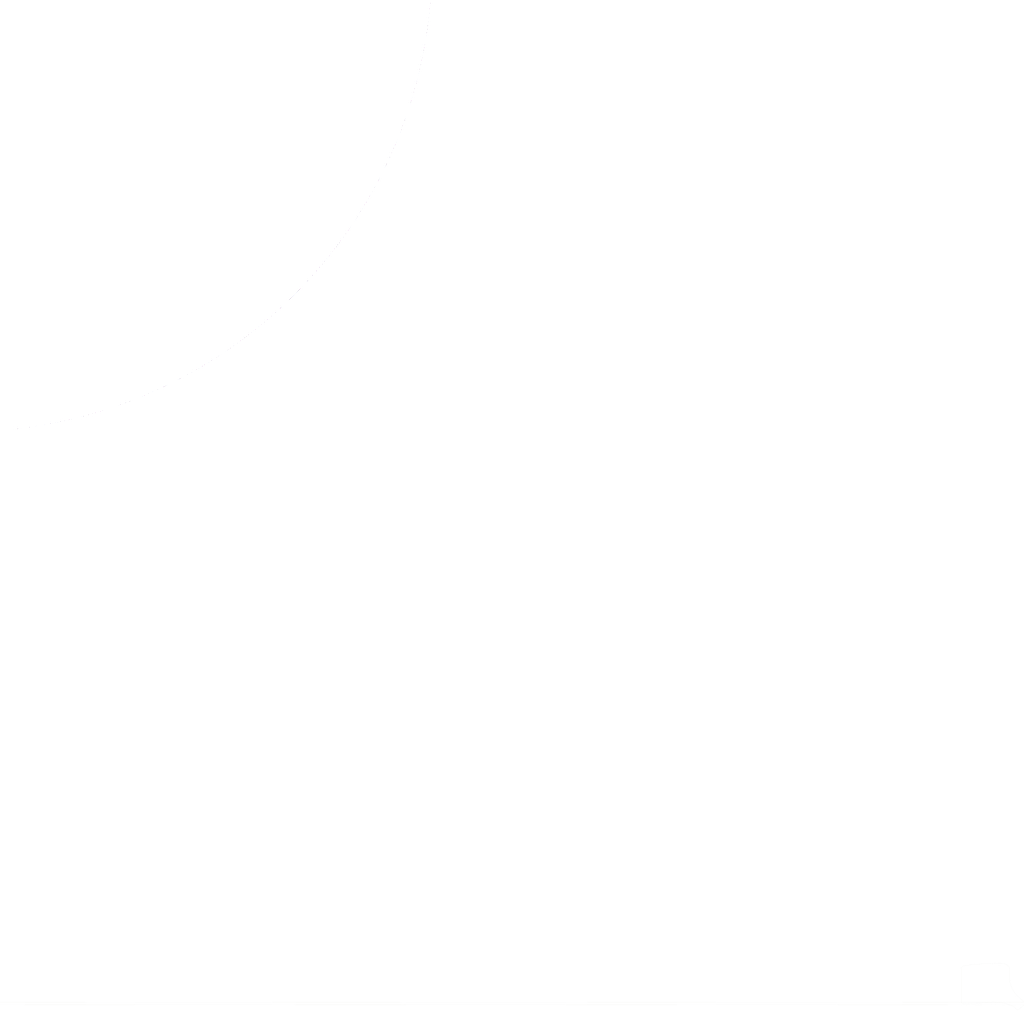
<source format=kicad_pcb>

(kicad_pcb (version 4) (host pcbnew 4.0.7)

	(general
		(links 0)
		(no_connects 0)
		(area 77.052499 41.877835 92.193313 53.630501)
		(thickness 1.6)
		(drawings 8)
		(tracks 0)
		(zones 0)
		(modules 1)
		(nets 1)
	)

	(page A4)
	(layers
		(0 F.Cu signal)
		(31 B.Cu signal)
		(32 B.Adhes user)
		(33 F.Adhes user)
		(34 B.Paste user)
		(35 F.Paste user)
		(36 B.SilkS user)
		(37 F.SilkS user)
		(38 B.Mask user)
		(39 F.Mask user)
		(40 Dwgs.User user)
		(41 Cmts.User user)
		(42 Eco1.User user)
		(43 Eco2.User user)
		(44 Edge.Cuts user)
		(45 Margin user)
		(46 B.CrtYd user)
		(47 F.CrtYd user)
		(48 B.Fab user)
		(49 F.Fab user)
	)

	(setup
		(last_trace_width 0.25)
		(trace_clearance 0.2)
		(zone_clearance 0.508)
		(zone_45_only no)
		(trace_min 0.2)
		(segment_width 0.2)
		(edge_width 0.15)
		(via_size 0.6)
		(via_drill 0.4)
		(via_min_size 0.4)
		(via_min_drill 0.3)
		(uvia_size 0.3)
		(uvia_drill 0.1)
		(uvias_allowed no)
		(uvia_min_size 0.2)
		(uvia_min_drill 0.1)
		(pcb_text_width 0.3)
		(pcb_text_size 1.5 1.5)
		(mod_edge_width 0.15)
		(mod_text_size 1 1)
		(mod_text_width 0.15)
		(pad_size 1.524 1.524)
		(pad_drill 0.762)
		(pad_to_mask_clearance 0.2)
		(aux_axis_origin 0 0)
		(visible_elements FFFFFF7F)
		(pcbplotparams
			(layerselection 0x010f0_80000001)
			(usegerberextensions false)
			(excludeedgelayer true)
			(linewidth 0.100000)
			(plotframeref false)
			(viasonmask false)
			(mode 1)
			(useauxorigin false)
			(hpglpennumber 1)
			(hpglpenspeed 20)
			(hpglpendiameter 15)
			(hpglpenoverlay 2)
			(psnegative false)
			(psa4output false)
			(plotreference true)
			(plotvalue true)
			(plotinvisibletext false)
			(padsonsilk false)
			(subtractmaskfromsilk false)
			(outputformat 1)
			(mirror false)
			(drillshape 1)
			(scaleselection 1)
			(outputdirectory gerbers/))
	)

	(net 0 "")

	(net_class Default "This is the default net class."
		(clearance 0.2)
		(trace_width 0.25)
		(via_dia 0.6)
		(via_drill 0.4)
		(uvia_dia 0.3)
		(uvia_drill 0.1)
	)
(module LOGO (layer F.Cu)
  (at 0 0)
 (fp_text reference "G***" (at 0 0) (layer F.SilkS) hide
  (effects (font (thickness 0.3)))
  )
  (fp_text value "LOGO" (at 0.75 0) (layer F.SilkS) hide
  (effects (font (thickness 0.3)))
  )
)
(gr_line (start -42.298133 -44.240040) (end -38.116336 -44.732624) (layer Edge.Cuts) (width 0.1))
(gr_line (start -38.116336 -44.732624) (end -33.969012 -45.195357) (layer Edge.Cuts) (width 0.1))
(gr_line (start -33.969012 -45.195357) (end -29.834389 -45.627791) (layer Edge.Cuts) (width 0.1))
(gr_line (start -29.834389 -45.627791) (end -25.690695 -46.029475) (layer Edge.Cuts) (width 0.1))
(gr_line (start -25.690695 -46.029475) (end -21.516157 -46.399963) (layer Edge.Cuts) (width 0.1))
(gr_line (start -21.516157 -46.399963) (end -17.289003 -46.738804) (layer Edge.Cuts) (width 0.1))
(gr_line (start -17.289003 -46.738804) (end -12.987462 -47.045551) (layer Edge.Cuts) (width 0.1))
(gr_line (start -12.987462 -47.045551) (end -8.589760 -47.319753) (layer Edge.Cuts) (width 0.1))
(gr_line (start -8.589760 -47.319753) (end -4.074127 -47.560963) (layer Edge.Cuts) (width 0.1))
(gr_line (start -4.074127 -47.560963) (end 0.581210 -47.768732) (layer Edge.Cuts) (width 0.1))
(gr_line (start 0.581210 -47.768732) (end 5.398024 -47.942611) (layer Edge.Cuts) (width 0.1))
(gr_line (start 5.398024 -47.942611) (end 10.398086 -48.082151) (layer Edge.Cuts) (width 0.1))
(gr_line (start 10.398086 -48.082151) (end 15.603168 -48.186903) (layer Edge.Cuts) (width 0.1))
(gr_line (start 15.603168 -48.186903) (end 21.035043 -48.256418) (layer Edge.Cuts) (width 0.1))
(gr_line (start 21.035043 -48.256418) (end 26.715483 -48.290249) (layer Edge.Cuts) (width 0.1))
(gr_line (start 26.715483 -48.290249) (end 32.666260 -48.287945) (layer Edge.Cuts) (width 0.1))
(gr_line (start 32.666260 -48.287945) (end 33.360348 -48.305086) (layer Edge.Cuts) (width 0.1))
(gr_line (start 33.360348 -48.305086) (end 34.066659 -48.284734) (layer Edge.Cuts) (width 0.1))
(gr_line (start 34.066659 -48.284734) (end 34.782610 -48.227908) (layer Edge.Cuts) (width 0.1))
(gr_line (start 34.782610 -48.227908) (end 35.505621 -48.135628) (layer Edge.Cuts) (width 0.1))
(gr_line (start 35.505621 -48.135628) (end 36.233108 -48.008913) (layer Edge.Cuts) (width 0.1))
(gr_line (start 36.233108 -48.008913) (end 36.962490 -47.848783) (layer Edge.Cuts) (width 0.1))
(gr_line (start 36.962490 -47.848783) (end 37.691183 -47.656257) (layer Edge.Cuts) (width 0.1))
(gr_line (start 37.691183 -47.656257) (end 38.416607 -47.432355) (layer Edge.Cuts) (width 0.1))
(gr_line (start 38.416607 -47.432355) (end 39.136178 -47.178097) (layer Edge.Cuts) (width 0.1))
(gr_line (start 39.136178 -47.178097) (end 39.847314 -46.894501) (layer Edge.Cuts) (width 0.1))
(gr_line (start 39.847314 -46.894501) (end 40.547434 -46.582588) (layer Edge.Cuts) (width 0.1))
(gr_line (start 40.547434 -46.582588) (end 41.233954 -46.243377) (layer Edge.Cuts) (width 0.1))
(gr_line (start 41.233954 -46.243377) (end 41.904293 -45.877888) (layer Edge.Cuts) (width 0.1))
(gr_line (start 41.904293 -45.877888) (end 42.555869 -45.487139) (layer Edge.Cuts) (width 0.1))
(gr_line (start 42.555869 -45.487139) (end 43.186098 -45.072151) (layer Edge.Cuts) (width 0.1))
(gr_line (start 43.186098 -45.072151) (end 43.792400 -44.633943) (layer Edge.Cuts) (width 0.1))
(gr_line (start 43.792400 -44.633943) (end 44.372191 -44.173535) (layer Edge.Cuts) (width 0.1))
(gr_line (start 44.372191 -44.173535) (end 44.922890 -43.691945) (layer Edge.Cuts) (width 0.1))
(gr_line (start 44.922890 -43.691945) (end 45.441914 -43.190195) (layer Edge.Cuts) (width 0.1))
(gr_line (start 45.441914 -43.190195) (end 45.926681 -42.669302) (layer Edge.Cuts) (width 0.1))
(gr_line (start 45.926681 -42.669302) (end 46.374609 -42.130288) (layer Edge.Cuts) (width 0.1))
(gr_line (start 46.374609 -42.130288) (end 46.783116 -41.574170) (layer Edge.Cuts) (width 0.1))
(gr_line (start 46.783116 -41.574170) (end 47.149619 -41.001969) (layer Edge.Cuts) (width 0.1))
(gr_line (start 47.149619 -41.001969) (end 47.471536 -40.414705) (layer Edge.Cuts) (width 0.1))
(gr_line (start 47.471536 -40.414705) (end 47.746284 -39.813396) (layer Edge.Cuts) (width 0.1))
(gr_line (start 47.746284 -39.813396) (end 47.971283 -39.199063) (layer Edge.Cuts) (width 0.1))
(gr_line (start 47.971283 -39.199063) (end 48.143949 -38.572725) (layer Edge.Cuts) (width 0.1))
(gr_line (start 48.143949 -38.572725) (end 48.261699 -37.935401) (layer Edge.Cuts) (width 0.1))
(gr_line (start 48.261699 -37.935401) (end 48.321953 -37.288111) (layer Edge.Cuts) (width 0.1))
(gr_line (start 48.321953 -37.288111) (end 48.329712 -36.961047) (layer Edge.Cuts) (width 0.1))
(gr_line (start 48.329712 -36.961047) (end 48.322128 -36.631874) (layer Edge.Cuts) (width 0.1))
(gr_line (start 48.322128 -36.631874) (end 48.298878 -36.300719) (layer Edge.Cuts) (width 0.1))
(gr_line (start 48.298878 -36.300719) (end 48.259641 -35.967710) (layer Edge.Cuts) (width 0.1))
(gr_line (start 48.259641 -35.967710) (end 48.204092 -35.632974) (layer Edge.Cuts) (width 0.1))
(gr_line (start 48.204092 -35.632974) (end 48.131910 -35.296639) (layer Edge.Cuts) (width 0.1))
(gr_line (start 48.131910 -35.296639) (end 47.890710 -32.930254) (layer Edge.Cuts) (width 0.1))
(gr_line (start 47.890710 -32.930254) (end 47.710263 -30.621632) (layer Edge.Cuts) (width 0.1))
(gr_line (start 47.710263 -30.621632) (end 47.588765 -28.369908) (layer Edge.Cuts) (width 0.1))
(gr_line (start 47.588765 -28.369908) (end 47.524414 -26.174216) (layer Edge.Cuts) (width 0.1))
(gr_line (start 47.524414 -26.174216) (end 47.515406 -24.033690) (layer Edge.Cuts) (width 0.1))
(gr_line (start 47.515406 -24.033690) (end 47.559939 -21.947464) (layer Edge.Cuts) (width 0.1))
(gr_line (start 47.559939 -21.947464) (end 47.656208 -19.914673) (layer Edge.Cuts) (width 0.1))
(gr_line (start 47.656208 -19.914673) (end 47.802412 -17.934450) (layer Edge.Cuts) (width 0.1))
(gr_line (start 47.802412 -17.934450) (end 47.996747 -16.005930) (layer Edge.Cuts) (width 0.1))
(gr_line (start 47.996747 -16.005930) (end 48.237409 -14.128248) (layer Edge.Cuts) (width 0.1))
(gr_line (start 48.237409 -14.128248) (end 48.522597 -12.300536) (layer Edge.Cuts) (width 0.1))
(gr_line (start 48.522597 -12.300536) (end 48.850506 -10.521930) (layer Edge.Cuts) (width 0.1))
(gr_line (start 48.850506 -10.521930) (end 49.219334 -8.791563) (layer Edge.Cuts) (width 0.1))
(gr_line (start 49.219334 -8.791563) (end 49.627277 -7.108570) (layer Edge.Cuts) (width 0.1))
(gr_line (start 49.627277 -7.108570) (end 50.072532 -5.472086) (layer Edge.Cuts) (width 0.1))
(gr_line (start 50.072532 -5.472086) (end 50.553297 -3.881243) (layer Edge.Cuts) (width 0.1))
(gr_line (start 50.553297 -3.881243) (end 51.067768 -2.335177) (layer Edge.Cuts) (width 0.1))
(gr_line (start 51.067768 -2.335177) (end 51.614142 -0.833022) (layer Edge.Cuts) (width 0.1))
(gr_line (start 51.614142 -0.833022) (end 52.190616 0.626089) (layer Edge.Cuts) (width 0.1))
(gr_line (start 52.190616 0.626089) (end 52.795386 2.043021) (layer Edge.Cuts) (width 0.1))
(gr_line (start 52.795386 2.043021) (end 53.426651 3.418639) (layer Edge.Cuts) (width 0.1))
(gr_line (start 53.426651 3.418639) (end 54.082606 4.753811) (layer Edge.Cuts) (width 0.1))
(gr_line (start 54.082606 4.753811) (end 54.761449 6.049400) (layer Edge.Cuts) (width 0.1))
(gr_line (start 54.761449 6.049400) (end 55.461376 7.306274) (layer Edge.Cuts) (width 0.1))
(gr_line (start 55.461376 7.306274) (end 56.180584 8.525298) (layer Edge.Cuts) (width 0.1))
(gr_line (start 56.180584 8.525298) (end 56.917271 9.707337) (layer Edge.Cuts) (width 0.1))
(gr_line (start 56.917271 9.707337) (end 57.669633 10.853259) (layer Edge.Cuts) (width 0.1))
(gr_line (start 57.669633 10.853259) (end 58.435866 11.963927) (layer Edge.Cuts) (width 0.1))
(gr_line (start 58.435866 11.963927) (end 59.214169 13.040209) (layer Edge.Cuts) (width 0.1))
(gr_line (start 59.214169 13.040209) (end 60.002738 14.082970) (layer Edge.Cuts) (width 0.1))
(gr_line (start 60.002738 14.082970) (end 60.799769 15.093076) (layer Edge.Cuts) (width 0.1))
(gr_line (start 60.799769 15.093076) (end 61.603460 16.071393) (layer Edge.Cuts) (width 0.1))
(gr_line (start 61.603460 16.071393) (end 62.412007 17.018785) (layer Edge.Cuts) (width 0.1))
(gr_line (start 62.412007 17.018785) (end 63.223608 17.936121) (layer Edge.Cuts) (width 0.1))
(gr_line (start 63.223608 17.936121) (end 64.036459 18.824264) (layer Edge.Cuts) (width 0.1))
(gr_line (start 64.036459 18.824264) (end 64.848758 19.684081) (layer Edge.Cuts) (width 0.1))
(gr_line (start 64.848758 19.684081) (end 65.658700 20.516438) (layer Edge.Cuts) (width 0.1))
(gr_line (start 65.658700 20.516438) (end 66.464484 21.322200) (layer Edge.Cuts) (width 0.1))
(gr_line (start 66.464484 21.322200) (end 68.056361 22.857404) (layer Edge.Cuts) (width 0.1))
(gr_line (start 68.056361 22.857404) (end 69.609965 24.296619) (layer Edge.Cuts) (width 0.1))
(gr_line (start 69.609965 24.296619) (end 71.110872 25.646773) (layer Edge.Cuts) (width 0.1))
(gr_line (start 71.110872 25.646773) (end 73.896891 28.107600) (layer Edge.Cuts) (width 0.1))
(gr_line (start 73.896891 28.107600) (end 75.153154 29.232126) (layer Edge.Cuts) (width 0.1))
(gr_line (start 75.153154 29.232126) (end 76.299020 30.295295) (layer Edge.Cuts) (width 0.1))
(gr_line (start 76.299020 30.295295) (end 77.320063 31.304035) (layer Edge.Cuts) (width 0.1))
(gr_line (start 77.320063 31.304035) (end 77.779269 31.790158) (layer Edge.Cuts) (width 0.1))
(gr_line (start 77.779269 31.790158) (end 78.201860 32.265271) (layer Edge.Cuts) (width 0.1))
(gr_line (start 78.201860 32.265271) (end 78.586033 32.730240) (layer Edge.Cuts) (width 0.1))
(gr_line (start 78.586033 32.730240) (end 78.929985 33.185930) (layer Edge.Cuts) (width 0.1))
(gr_line (start 78.929985 33.185930) (end 79.231912 33.633208) (layer Edge.Cuts) (width 0.1))
(gr_line (start 79.231912 33.633208) (end 79.490013 34.072939) (layer Edge.Cuts) (width 0.1))
(gr_line (start 79.490013 34.072939) (end 79.702483 34.505989) (layer Edge.Cuts) (width 0.1))
(gr_line (start 79.702483 34.505989) (end 79.867520 34.933223) (layer Edge.Cuts) (width 0.1))
(gr_line (start 79.867520 34.933223) (end 79.983320 35.355509) (layer Edge.Cuts) (width 0.1))
(gr_line (start 79.983320 35.355509) (end 80.048080 35.773710) (layer Edge.Cuts) (width 0.1))
(gr_line (start 80.048080 35.773710) (end 80.049096 35.899274) (layer Edge.Cuts) (width 0.1))
(gr_line (start 80.049096 35.899274) (end 80.030610 36.039560) (layer Edge.Cuts) (width 0.1))
(gr_line (start 80.030610 36.039560) (end 79.937291 36.361865) (layer Edge.Cuts) (width 0.1))
(gr_line (start 79.937291 36.361865) (end 79.772448 36.735758) (layer Edge.Cuts) (width 0.1))
(gr_line (start 79.772448 36.735758) (end 79.540405 37.156373) (layer Edge.Cuts) (width 0.1))
(gr_line (start 79.540405 37.156373) (end 79.245489 37.618841) (layer Edge.Cuts) (width 0.1))
(gr_line (start 79.245489 37.618841) (end 78.892024 38.118297) (layer Edge.Cuts) (width 0.1))
(gr_line (start 78.892024 38.118297) (end 78.484335 38.649873) (layer Edge.Cuts) (width 0.1))
(gr_line (start 78.484335 38.649873) (end 78.026748 39.208703) (layer Edge.Cuts) (width 0.1))
(gr_line (start 78.026748 39.208703) (end 77.523587 39.789918) (layer Edge.Cuts) (width 0.1))
(gr_line (start 77.523587 39.789918) (end 76.979177 40.388652) (layer Edge.Cuts) (width 0.1))
(gr_line (start 76.979177 40.388652) (end 76.397844 41.000039) (layer Edge.Cuts) (width 0.1))
(gr_line (start 76.397844 41.000039) (end 75.783913 41.619210) (layer Edge.Cuts) (width 0.1))
(gr_line (start 75.783913 41.619210) (end 75.141708 42.241299) (layer Edge.Cuts) (width 0.1))
(gr_line (start 75.141708 42.241299) (end 74.475555 42.861440) (layer Edge.Cuts) (width 0.1))
(gr_line (start 74.475555 42.861440) (end 73.789779 43.474764) (layer Edge.Cuts) (width 0.1))
(gr_line (start 73.789779 43.474764) (end 73.088705 44.076405) (layer Edge.Cuts) (width 0.1))
(gr_line (start 73.088705 44.076405) (end 72.376658 44.661496) (layer Edge.Cuts) (width 0.1))
(gr_line (start 72.376658 44.661496) (end 71.657963 45.225170) (layer Edge.Cuts) (width 0.1))
(gr_line (start 71.657963 45.225170) (end 70.936945 45.762559) (layer Edge.Cuts) (width 0.1))
(gr_line (start 70.936945 45.762559) (end 70.217930 46.268798) (layer Edge.Cuts) (width 0.1))
(gr_line (start 70.217930 46.268798) (end 69.505242 46.739018) (layer Edge.Cuts) (width 0.1))
(gr_line (start 69.505242 46.739018) (end 68.803206 47.168352) (layer Edge.Cuts) (width 0.1))
(gr_line (start 68.803206 47.168352) (end 68.116148 47.551935) (layer Edge.Cuts) (width 0.1))
(gr_line (start 68.116148 47.551935) (end 67.448392 47.884897) (layer Edge.Cuts) (width 0.1))
(gr_line (start 67.448392 47.884897) (end 66.804264 48.162374) (layer Edge.Cuts) (width 0.1))
(gr_line (start 66.804264 48.162374) (end 66.188089 48.379497) (layer Edge.Cuts) (width 0.1))
(gr_line (start 66.188089 48.379497) (end 65.604192 48.531400) (layer Edge.Cuts) (width 0.1))
(gr_line (start 65.604192 48.531400) (end 65.325699 48.581373) (layer Edge.Cuts) (width 0.1))
(gr_line (start 65.325699 48.581373) (end 65.056897 48.613215) (layer Edge.Cuts) (width 0.1))
(gr_line (start 65.056897 48.613215) (end 64.798328 48.626319) (layer Edge.Cuts) (width 0.1))
(gr_line (start 64.798328 48.626319) (end 64.550531 48.620076) (layer Edge.Cuts) (width 0.1))
(gr_line (start 64.550531 48.620076) (end 64.314047 48.593877) (layer Edge.Cuts) (width 0.1))
(gr_line (start 64.314047 48.593877) (end 64.089417 48.547115) (layer Edge.Cuts) (width 0.1))
(gr_line (start 64.089417 48.547115) (end 63.877182 48.479180) (layer Edge.Cuts) (width 0.1))
(gr_line (start 63.877182 48.479180) (end 63.677882 48.389465) (layer Edge.Cuts) (width 0.1))
(gr_line (start 63.677882 48.389465) (end 63.492058 48.277361) (layer Edge.Cuts) (width 0.1))
(gr_line (start 63.492058 48.277361) (end 63.320250 48.142260) (layer Edge.Cuts) (width 0.1))
(gr_line (start 63.320250 48.142260) (end 62.722184 47.436485) (layer Edge.Cuts) (width 0.1))
(gr_line (start 62.722184 47.436485) (end 62.100311 46.752445) (layer Edge.Cuts) (width 0.1))
(gr_line (start 62.100311 46.752445) (end 61.455080 46.089840) (layer Edge.Cuts) (width 0.1))
(gr_line (start 61.455080 46.089840) (end 60.786943 45.448371) (layer Edge.Cuts) (width 0.1))
(gr_line (start 60.786943 45.448371) (end 60.096347 44.827738) (layer Edge.Cuts) (width 0.1))
(gr_line (start 60.096347 44.827738) (end 59.383743 44.227644) (layer Edge.Cuts) (width 0.1))
(gr_line (start 59.383743 44.227644) (end 58.649579 43.647789) (layer Edge.Cuts) (width 0.1))
(gr_line (start 58.649579 43.647789) (end 57.894307 43.087873) (layer Edge.Cuts) (width 0.1))
(gr_line (start 57.894307 43.087873) (end 57.118375 42.547598) (layer Edge.Cuts) (width 0.1))
(gr_line (start 57.118375 42.547598) (end 56.322232 42.026664) (layer Edge.Cuts) (width 0.1))
(gr_line (start 56.322232 42.026664) (end 55.506329 41.524772) (layer Edge.Cuts) (width 0.1))
(gr_line (start 55.506329 41.524772) (end 54.671115 41.041624) (layer Edge.Cuts) (width 0.1))
(gr_line (start 54.671115 41.041624) (end 53.817039 40.576919) (layer Edge.Cuts) (width 0.1))
(gr_line (start 53.817039 40.576919) (end 52.944551 40.130360) (layer Edge.Cuts) (width 0.1))
(gr_line (start 52.944551 40.130360) (end 52.054101 39.701646) (layer Edge.Cuts) (width 0.1))
(gr_line (start 52.054101 39.701646) (end 51.146138 39.290479) (layer Edge.Cuts) (width 0.1))
(gr_line (start 51.146138 39.290479) (end 50.221111 38.896560) (layer Edge.Cuts) (width 0.1))
(gr_line (start 50.221111 38.896560) (end 49.279471 38.519589) (layer Edge.Cuts) (width 0.1))
(gr_line (start 49.279471 38.519589) (end 48.321666 38.159268) (layer Edge.Cuts) (width 0.1))
(gr_line (start 48.321666 38.159268) (end 47.348147 37.815297) (layer Edge.Cuts) (width 0.1))
(gr_line (start 47.348147 37.815297) (end 46.359362 37.487377) (layer Edge.Cuts) (width 0.1))
(gr_line (start 46.359362 37.487377) (end 45.355762 37.175209) (layer Edge.Cuts) (width 0.1))
(gr_line (start 45.355762 37.175209) (end 44.337797 36.878493) (layer Edge.Cuts) (width 0.1))
(gr_line (start 44.337797 36.878493) (end 43.305914 36.596932) (layer Edge.Cuts) (width 0.1))
(gr_line (start 43.305914 36.596932) (end 42.260565 36.330225) (layer Edge.Cuts) (width 0.1))
(gr_line (start 42.260565 36.330225) (end 41.202198 36.078074) (layer Edge.Cuts) (width 0.1))
(gr_line (start 41.202198 36.078074) (end 40.131264 35.840179) (layer Edge.Cuts) (width 0.1))
(gr_line (start 40.131264 35.840179) (end 39.048211 35.616242) (layer Edge.Cuts) (width 0.1))
(gr_line (start 39.048211 35.616242) (end 37.953490 35.405962) (layer Edge.Cuts) (width 0.1))
(gr_line (start 37.953490 35.405962) (end 36.847549 35.209042) (layer Edge.Cuts) (width 0.1))
(gr_line (start 36.847549 35.209042) (end 34.603809 34.854083) (layer Edge.Cuts) (width 0.1))
(gr_line (start 34.603809 34.854083) (end 32.320587 34.548970) (layer Edge.Cuts) (width 0.1))
(gr_line (start 32.320587 34.548970) (end 30.001480 34.291311) (layer Edge.Cuts) (width 0.1))
(gr_line (start 30.001480 34.291311) (end 27.650083 34.078713) (layer Edge.Cuts) (width 0.1))
(gr_line (start 27.650083 34.078713) (end 25.269994 33.908783) (layer Edge.Cuts) (width 0.1))
(gr_line (start 25.269994 33.908783) (end 22.864809 33.779129) (layer Edge.Cuts) (width 0.1))
(gr_line (start 22.864809 33.779129) (end 20.438125 33.687357) (layer Edge.Cuts) (width 0.1))
(gr_line (start 20.438125 33.687357) (end 17.993537 33.631074) (layer Edge.Cuts) (width 0.1))
(gr_line (start 17.993537 33.631074) (end 15.534643 33.607887) (layer Edge.Cuts) (width 0.1))
(gr_line (start 15.534643 33.607887) (end 13.065038 33.615404) (layer Edge.Cuts) (width 0.1))
(gr_line (start 13.065038 33.615404) (end 10.588320 33.651231) (layer Edge.Cuts) (width 0.1))
(gr_line (start 10.588320 33.651231) (end 8.108084 33.712976) (layer Edge.Cuts) (width 0.1))
(gr_line (start 8.108084 33.712976) (end 5.627927 33.798246) (layer Edge.Cuts) (width 0.1))
(gr_line (start 5.627927 33.798246) (end 3.151445 33.904647) (layer Edge.Cuts) (width 0.1))
(gr_line (start 3.151445 33.904647) (end 0.682236 34.029787) (layer Edge.Cuts) (width 0.1))
(gr_line (start 0.682236 34.029787) (end -1.776105 34.171272) (layer Edge.Cuts) (width 0.1))
(gr_line (start -1.776105 34.171272) (end -4.219982 34.326711) (layer Edge.Cuts) (width 0.1))
(gr_line (start -4.219982 34.326711) (end -9.049954 34.669875) (layer Edge.Cuts) (width 0.1))
(gr_line (start -9.049954 34.669875) (end -13.778910 35.040136) (layer Edge.Cuts) (width 0.1))
(gr_line (start -13.778910 35.040136) (end -22.818685 35.785373) (layer Edge.Cuts) (width 0.1))
(gr_line (start -22.818685 35.785373) (end -27.071962 36.122061) (layer Edge.Cuts) (width 0.1))
(gr_line (start -27.071962 36.122061) (end -31.109136 36.409273) (layer Edge.Cuts) (width 0.1))
(gr_line (start -31.109136 36.409273) (end -33.037693 36.528342) (layer Edge.Cuts) (width 0.1))
(gr_line (start -33.037693 36.528342) (end -34.901436 36.627863) (layer Edge.Cuts) (width 0.1))
(gr_line (start -34.901436 36.627863) (end -36.696766 36.705443) (layer Edge.Cuts) (width 0.1))
(gr_line (start -36.696766 36.705443) (end -38.420089 36.758689) (layer Edge.Cuts) (width 0.1))
(gr_line (start -38.420089 36.758689) (end -40.067808 36.785208) (layer Edge.Cuts) (width 0.1))
(gr_line (start -40.067808 36.785208) (end -41.636326 36.782607) (layer Edge.Cuts) (width 0.1))
(gr_line (start -41.636326 36.782607) (end -43.122046 36.748493) (layer Edge.Cuts) (width 0.1))
(gr_line (start -43.122046 36.748493) (end -44.521373 36.680474) (layer Edge.Cuts) (width 0.1))
(gr_line (start -44.521373 36.680474) (end -45.830710 36.576156) (layer Edge.Cuts) (width 0.1))
(gr_line (start -45.830710 36.576156) (end -47.046460 36.433146) (layer Edge.Cuts) (width 0.1))
(gr_line (start -47.046460 36.433146) (end -48.165027 36.249051) (layer Edge.Cuts) (width 0.1))
(gr_line (start -48.165027 36.249051) (end -48.686743 36.140849) (layer Edge.Cuts) (width 0.1))
(gr_line (start -48.686743 36.140849) (end -49.182815 36.021479) (layer Edge.Cuts) (width 0.1))
(gr_line (start -49.182815 36.021479) (end -49.652793 35.890641) (layer Edge.Cuts) (width 0.1))
(gr_line (start -49.652793 35.890641) (end -50.096227 35.748037) (layer Edge.Cuts) (width 0.1))
(gr_line (start -50.096227 35.748037) (end -50.512668 35.593366) (layer Edge.Cuts) (width 0.1))
(gr_line (start -50.512668 35.593366) (end -50.901666 35.426331) (layer Edge.Cuts) (width 0.1))
(gr_line (start -50.901666 35.426331) (end -51.262772 35.246631) (layer Edge.Cuts) (width 0.1))
(gr_line (start -51.262772 35.246631) (end -51.595537 35.053968) (layer Edge.Cuts) (width 0.1))
(gr_line (start -51.595537 35.053968) (end -51.899510 34.848043) (layer Edge.Cuts) (width 0.1))
(gr_line (start -51.899510 34.848043) (end -52.174242 34.628557) (layer Edge.Cuts) (width 0.1))
(gr_line (start -52.174242 34.628557) (end -52.419284 34.395210) (layer Edge.Cuts) (width 0.1))
(gr_line (start -52.419284 34.395210) (end -52.634186 34.147703) (layer Edge.Cuts) (width 0.1))
(gr_line (start -52.634186 34.147703) (end -52.818499 33.885738) (layer Edge.Cuts) (width 0.1))
(gr_line (start -52.818499 33.885738) (end -52.971772 33.609015) (layer Edge.Cuts) (width 0.1))
(gr_line (start -52.971772 33.609015) (end -53.093556 33.317234) (layer Edge.Cuts) (width 0.1))
(gr_line (start -53.093556 33.317234) (end -53.183403 33.010098) (layer Edge.Cuts) (width 0.1))
(gr_line (start -53.183403 33.010098) (end -53.240862 32.687306) (layer Edge.Cuts) (width 0.1))
(gr_line (start -53.240862 32.687306) (end -53.265483 32.348560) (layer Edge.Cuts) (width 0.1))
(gr_line (start -53.265483 32.348560) (end -53.265483 -36.075082) (layer Edge.Cuts) (width 0.1))
(gr_line (start -53.265483 -36.075082) (end -53.239476 -36.747590) (layer Edge.Cuts) (width 0.1))
(gr_line (start -53.239476 -36.747590) (end -53.163429 -37.381233) (layer Edge.Cuts) (width 0.1))
(gr_line (start -53.163429 -37.381233) (end -53.040303 -37.977204) (layer Edge.Cuts) (width 0.1))
(gr_line (start -53.040303 -37.977204) (end -52.873058 -38.536698) (layer Edge.Cuts) (width 0.1))
(gr_line (start -52.873058 -38.536698) (end -52.664655 -39.060909) (layer Edge.Cuts) (width 0.1))
(gr_line (start -52.664655 -39.060909) (end -52.418054 -39.551031) (layer Edge.Cuts) (width 0.1))
(gr_line (start -52.418054 -39.551031) (end -52.136217 -40.008256) (layer Edge.Cuts) (width 0.1))
(gr_line (start -52.136217 -40.008256) (end -51.822103 -40.433780) (layer Edge.Cuts) (width 0.1))
(gr_line (start -51.822103 -40.433780) (end -51.478674 -40.828797) (layer Edge.Cuts) (width 0.1))
(gr_line (start -51.478674 -40.828797) (end -51.108890 -41.194499) (layer Edge.Cuts) (width 0.1))
(gr_line (start -51.108890 -41.194499) (end -50.715711 -41.532082) (layer Edge.Cuts) (width 0.1))
(gr_line (start -50.715711 -41.532082) (end -50.302099 -41.842738) (layer Edge.Cuts) (width 0.1))
(gr_line (start -50.302099 -41.842738) (end -49.871013 -42.127663) (layer Edge.Cuts) (width 0.1))
(gr_line (start -49.871013 -42.127663) (end -49.425415 -42.388049) (layer Edge.Cuts) (width 0.1))
(gr_line (start -49.425415 -42.388049) (end -48.968265 -42.625091) (layer Edge.Cuts) (width 0.1))
(gr_line (start -48.968265 -42.625091) (end -48.502524 -42.839983) (layer Edge.Cuts) (width 0.1))
(gr_line (start -48.502524 -42.839983) (end -48.031153 -43.033918) (layer Edge.Cuts) (width 0.1))
(gr_line (start -48.031153 -43.033918) (end -47.557111 -43.208091) (layer Edge.Cuts) (width 0.1))
(gr_line (start -47.557111 -43.208091) (end -47.083360 -43.363695) (layer Edge.Cuts) (width 0.1))
(gr_line (start -47.083360 -43.363695) (end -46.612860 -43.501925) (layer Edge.Cuts) (width 0.1))
(gr_line (start -46.612860 -43.501925) (end -45.693457 -43.731035) (layer Edge.Cuts) (width 0.1))
(gr_line (start -45.693457 -43.731035) (end -44.822587 -43.904974) (layer Edge.Cuts) (width 0.1))
(gr_line (start -44.822587 -43.904974) (end -44.023935 -44.033293) (layer Edge.Cuts) (width 0.1))
(gr_line (start -44.023935 -44.033293) (end -43.321185 -44.125543) (layer Edge.Cuts) (width 0.1))
(gr_line (start -43.321185 -44.125543) (end -42.298133 -44.240040) (layer Edge.Cuts) (width 0.1))
(gr_line (start -42.298133 -44.240040) (end -42.298133 -44.240040) (layer Edge.Cuts) (width 0.1))
(gr_line (start -42.298133 -44.240040) (end -42.298133 -44.240040) (layer Edge.Cuts) (width 0.1))

                (module Wire_Pads:SolderWirePad_single_0-8mmDrill (layer F.Cu) (tedit 0) (tstamp 5ABD66D0)
                    (at 16832.1 19081.5)
                    (pad 1 thru_hole circle (at 0 0) (size 629.922 629.922) (drill 629.922) (layers *.Cu *.Mask))
                )
            
                (module Wire_Pads:SolderWirePad_single_0-8mmDrill (layer F.Cu) (tedit 0) (tstamp 5ABD66D0)
                    (at 18800.6 18254.699)
                    (pad 2 thru_hole circle (at 0 0) (size 629.922 629.922) (drill 629.922) (layers *.Cu *.Mask))
                )
            
                (module Wire_Pads:SolderWirePad_single_0-8mmDrill (layer F.Cu) (tedit 0) (tstamp 5ABD66D0)
                    (at 6989.5698 8018.5)
                    (pad 3 thru_hole circle (at 0 0) (size 629.922 629.922) (drill 629.922) (layers *.Cu *.Mask))
                )
            
                (module Wire_Pads:SolderWirePad_single_0-8mmDrill (layer F.Cu) (tedit 0) (tstamp 5ABD66D0)
                    (at 5021.0601 8845.2803)
                    (pad 4 thru_hole circle (at 0 0) (size 629.922 629.922) (drill 629.922) (layers *.Cu *.Mask))
                )
            
                (module Wire_Pads:SolderWirePad_single_0-8mmDrill (layer F.Cu) (tedit 0) (tstamp 5ABD66D0)
                    (at 10926.6 8845.2803)
                    (pad 5 thru_hole circle (at 0 0) (size 629.922 629.922) (drill 629.922) (layers *.Cu *.Mask))
                )
            
                (module Wire_Pads:SolderWirePad_single_0-8mmDrill (layer F.Cu) (tedit 0) (tstamp 5ABD66D0)
                    (at 12895.1 8018.5)
                    (pad 6 thru_hole circle (at 0 0) (size 629.922 629.922) (drill 629.922) (layers *.Cu *.Mask))
                )
            
                (module Wire_Pads:SolderWirePad_single_0-8mmDrill (layer F.Cu) (tedit 0) (tstamp 5ABD66D0)
                    (at 16832.1 7270.4702)
                    (pad 7 thru_hole circle (at 0 0) (size 629.922 629.922) (drill 629.922) (layers *.Cu *.Mask))
                )
            
                (module Wire_Pads:SolderWirePad_single_0-8mmDrill (layer F.Cu) (tedit 0) (tstamp 5ABD66D0)
                    (at 18800.6 6443.7002)
                    (pad 8 thru_hole circle (at 0 0) (size 629.922 629.922) (drill 629.922) (layers *.Cu *.Mask))
                )
            
                (module Wire_Pads:SolderWirePad_single_0-8mmDrill (layer F.Cu) (tedit 0) (tstamp 5ABD66D0)
                    (at 22737.6 5695.6699)
                    (pad 9 thru_hole circle (at 0 0) (size 629.922 629.922) (drill 629.922) (layers *.Cu *.Mask))
                )
            
                (module Wire_Pads:SolderWirePad_single_0-8mmDrill (layer F.Cu) (tedit 0) (tstamp 5ABD66D0)
                    (at 24706.1 4868.8999)
                    (pad 10 thru_hole circle (at 0 0) (size 629.922 629.922) (drill 629.922) (layers *.Cu *.Mask))
                )
            
                (module Wire_Pads:SolderWirePad_single_0-8mmDrill (layer F.Cu) (tedit 0) (tstamp 5ABD66D0)
                    (at 30611.6 6443.7002)
                    (pad 11 thru_hole circle (at 0 0) (size 629.922 629.922) (drill 629.922) (layers *.Cu *.Mask))
                )
            
                (module Wire_Pads:SolderWirePad_single_0-8mmDrill (layer F.Cu) (tedit 0) (tstamp 5ABD66D0)
                    (at 28643.1 7270.4702)
                    (pad 12 thru_hole circle (at 0 0) (size 629.922 629.922) (drill 629.922) (layers *.Cu *.Mask))
                )
            
                (module Wire_Pads:SolderWirePad_single_0-8mmDrill (layer F.Cu) (tedit 0) (tstamp 5ABD66D0)
                    (at 36517.102 8018.5)
                    (pad 13 thru_hole circle (at 0 0) (size 629.922 629.922) (drill 629.922) (layers *.Cu *.Mask))
                )
            
                (module Wire_Pads:SolderWirePad_single_0-8mmDrill (layer F.Cu) (tedit 0) (tstamp 5ABD66D0)
                    (at 34548.602 8845.2803)
                    (pad 14 thru_hole circle (at 0 0) (size 629.922 629.922) (drill 629.922) (layers *.Cu *.Mask))
                )
            
                (module Wire_Pads:SolderWirePad_single_0-8mmDrill (layer F.Cu) (tedit 0) (tstamp 5ABD66D0)
                    (at 5021.0601 14750.8)
                    (pad 15 thru_hole circle (at 0 0) (size 629.922 629.922) (drill 629.922) (layers *.Cu *.Mask))
                )
            
                (module Wire_Pads:SolderWirePad_single_0-8mmDrill (layer F.Cu) (tedit 0) (tstamp 5ABD66D0)
                    (at 6989.5698 13924.0)
                    (pad 16 thru_hole circle (at 0 0) (size 629.922 629.922) (drill 629.922) (layers *.Cu *.Mask))
                )
            
                (module Wire_Pads:SolderWirePad_single_0-8mmDrill (layer F.Cu) (tedit 0) (tstamp 5ABD66D0)
                    (at 12895.1 13924.0)
                    (pad 17 thru_hole circle (at 0 0) (size 629.922 629.922) (drill 629.922) (layers *.Cu *.Mask))
                )
            
                (module Wire_Pads:SolderWirePad_single_0-8mmDrill (layer F.Cu) (tedit 0) (tstamp 5ABD66D0)
                    (at 10926.6 14750.8)
                    (pad 18 thru_hole circle (at 0 0) (size 629.922 629.922) (drill 629.922) (layers *.Cu *.Mask))
                )
            
                (module Wire_Pads:SolderWirePad_single_0-8mmDrill (layer F.Cu) (tedit 0) (tstamp 5ABD66D0)
                    (at 18800.6 12349.2)
                    (pad 19 thru_hole circle (at 0 0) (size 629.922 629.922) (drill 629.922) (layers *.Cu *.Mask))
                )
            
                (module Wire_Pads:SolderWirePad_single_0-8mmDrill (layer F.Cu) (tedit 0) (tstamp 5ABD66D0)
                    (at 16832.1 13176.0)
                    (pad 20 thru_hole circle (at 0 0) (size 629.922 629.922) (drill 629.922) (layers *.Cu *.Mask))
                )
            
                (module Wire_Pads:SolderWirePad_single_0-8mmDrill (layer F.Cu) (tedit 0) (tstamp 5ABD66D0)
                    (at 22737.6 11601.2)
                    (pad 21 thru_hole circle (at 0 0) (size 629.922 629.922) (drill 629.922) (layers *.Cu *.Mask))
                )
            
                (module Wire_Pads:SolderWirePad_single_0-8mmDrill (layer F.Cu) (tedit 0) (tstamp 5ABD66D0)
                    (at 24706.1 10774.4)
                    (pad 22 thru_hole circle (at 0 0) (size 629.922 629.922) (drill 629.922) (layers *.Cu *.Mask))
                )
            
                (module Wire_Pads:SolderWirePad_single_0-8mmDrill (layer F.Cu) (tedit 0) (tstamp 5ABD66D0)
                    (at 28643.1 13176.0)
                    (pad 23 thru_hole circle (at 0 0) (size 629.922 629.922) (drill 629.922) (layers *.Cu *.Mask))
                )
            
                (module Wire_Pads:SolderWirePad_single_0-8mmDrill (layer F.Cu) (tedit 0) (tstamp 5ABD66D0)
                    (at 30611.6 12349.2)
                    (pad 24 thru_hole circle (at 0 0) (size 629.922 629.922) (drill 629.922) (layers *.Cu *.Mask))
                )
            
                (module Wire_Pads:SolderWirePad_single_0-8mmDrill (layer F.Cu) (tedit 0) (tstamp 5ABD66D0)
                    (at 36517.102 13924.0)
                    (pad 25 thru_hole circle (at 0 0) (size 629.922 629.922) (drill 629.922) (layers *.Cu *.Mask))
                )
            
                (module Wire_Pads:SolderWirePad_single_0-8mmDrill (layer F.Cu) (tedit 0) (tstamp 5ABD66D0)
                    (at 34548.602 14750.8)
                    (pad 26 thru_hole circle (at 0 0) (size 629.922 629.922) (drill 629.922) (layers *.Cu *.Mask))
                )
            
                (module Wire_Pads:SolderWirePad_single_0-8mmDrill (layer F.Cu) (tedit 0) (tstamp 5ABD66D0)
                    (at 5021.0601 20656.301)
                    (pad 27 thru_hole circle (at 0 0) (size 629.922 629.922) (drill 629.922) (layers *.Cu *.Mask))
                )
            
                (module Wire_Pads:SolderWirePad_single_0-8mmDrill (layer F.Cu) (tedit 0) (tstamp 5ABD66D0)
                    (at 6989.5698 19829.5)
                    (pad 28 thru_hole circle (at 0 0) (size 629.922 629.922) (drill 629.922) (layers *.Cu *.Mask))
                )
            
                (module Wire_Pads:SolderWirePad_single_0-8mmDrill (layer F.Cu) (tedit 0) (tstamp 5ABD66D0)
                    (at 12895.1 19829.5)
                    (pad 29 thru_hole circle (at 0 0) (size 629.922 629.922) (drill 629.922) (layers *.Cu *.Mask))
                )
            
                (module Wire_Pads:SolderWirePad_single_0-8mmDrill (layer F.Cu) (tedit 0) (tstamp 5ABD66D0)
                    (at 10926.6 20656.301)
                    (pad 30 thru_hole circle (at 0 0) (size 629.922 629.922) (drill 629.922) (layers *.Cu *.Mask))
                )
            
                (module Wire_Pads:SolderWirePad_single_0-8mmDrill (layer F.Cu) (tedit 0) (tstamp 5ABD66D0)
                    (at 24706.1 16679.9)
                    (pad 31 thru_hole circle (at 0 0) (size 629.922 629.922) (drill 629.922) (layers *.Cu *.Mask))
                )
            
                (module Wire_Pads:SolderWirePad_single_0-8mmDrill (layer F.Cu) (tedit 0) (tstamp 5ABD66D0)
                    (at 22737.6 17506.699)
                    (pad 32 thru_hole circle (at 0 0) (size 629.922 629.922) (drill 629.922) (layers *.Cu *.Mask))
                )
            
                (module Wire_Pads:SolderWirePad_single_0-8mmDrill (layer F.Cu) (tedit 0) (tstamp 5ABD66D0)
                    (at 28643.1 19081.5)
                    (pad 33 thru_hole circle (at 0 0) (size 629.922 629.922) (drill 629.922) (layers *.Cu *.Mask))
                )
            
                (module Wire_Pads:SolderWirePad_single_0-8mmDrill (layer F.Cu) (tedit 0) (tstamp 5ABD66D0)
                    (at 30611.6 18254.699)
                    (pad 34 thru_hole circle (at 0 0) (size 629.922 629.922) (drill 629.922) (layers *.Cu *.Mask))
                )
            
                (module Wire_Pads:SolderWirePad_single_0-8mmDrill (layer F.Cu) (tedit 0) (tstamp 5ABD66D0)
                    (at 36517.102 19829.5)
                    (pad 35 thru_hole circle (at 0 0) (size 629.922 629.922) (drill 629.922) (layers *.Cu *.Mask))
                )
            
                (module Wire_Pads:SolderWirePad_single_0-8mmDrill (layer F.Cu) (tedit 0) (tstamp 5ABD66D0)
                    (at 34548.602 20656.301)
                    (pad 36 thru_hole circle (at 0 0) (size 629.922 629.922) (drill 629.922) (layers *.Cu *.Mask))
                )
            
                (module Wire_Pads:SolderWirePad_single_0-8mmDrill (layer F.Cu) (tedit 0) (tstamp 5ABD66D0)
                    (at 5021.0601 26561.801)
                    (pad 37 thru_hole circle (at 0 0) (size 629.922 629.922) (drill 629.922) (layers *.Cu *.Mask))
                )
            
                (module Wire_Pads:SolderWirePad_single_0-8mmDrill (layer F.Cu) (tedit 0) (tstamp 5ABD66D0)
                    (at 6989.5698 25735.0)
                    (pad 38 thru_hole circle (at 0 0) (size 629.922 629.922) (drill 629.922) (layers *.Cu *.Mask))
                )
            
                (module Wire_Pads:SolderWirePad_single_0-8mmDrill (layer F.Cu) (tedit 0) (tstamp 5ABD66D0)
                    (at 12895.1 25735.0)
                    (pad 39 thru_hole circle (at 0 0) (size 629.922 629.922) (drill 629.922) (layers *.Cu *.Mask))
                )
            
                (module Wire_Pads:SolderWirePad_single_0-8mmDrill (layer F.Cu) (tedit 0) (tstamp 5ABD66D0)
                    (at 10926.6 26561.801)
                    (pad 40 thru_hole circle (at 0 0) (size 629.922 629.922) (drill 629.922) (layers *.Cu *.Mask))
                )
            
                (module Wire_Pads:SolderWirePad_single_0-8mmDrill (layer F.Cu) (tedit 0) (tstamp 5ABD66D0)
                    (at 28643.1 26561.801)
                    (pad 41 thru_hole circle (at 0 0) (size 629.922 629.922) (drill 629.922) (layers *.Cu *.Mask))
                )
            
                (module Wire_Pads:SolderWirePad_single_0-8mmDrill (layer F.Cu) (tedit 0) (tstamp 5ABD66D0)
                    (at 30611.6 25735.0)
                    (pad 42 thru_hole circle (at 0 0) (size 629.922 629.922) (drill 629.922) (layers *.Cu *.Mask))
                )
            
                (module Wire_Pads:SolderWirePad_single_0-8mmDrill (layer F.Cu) (tedit 0) (tstamp 5ABD66D0)
                    (at 34577.301 27270.1)
                    (pad 43 thru_hole circle (at 0 0) (size 629.922 629.922) (drill 629.922) (layers *.Cu *.Mask))
                )
            
                (module Wire_Pads:SolderWirePad_single_0-8mmDrill (layer F.Cu) (tedit 0) (tstamp 5ABD66D0)
                    (at 36692.801 26981.0)
                    (pad 44 thru_hole circle (at 0 0) (size 629.922 629.922) (drill 629.922) (layers *.Cu *.Mask))
                )
            
                (module Wire_Pads:SolderWirePad_single_0-8mmDrill (layer F.Cu) (tedit 0) (tstamp 5ABD66D0)
                    (at 42198.301 29825.9)
                    (pad 45 thru_hole circle (at 0 0) (size 629.922 629.922) (drill 629.922) (layers *.Cu *.Mask))
                )
            
                (module Wire_Pads:SolderWirePad_single_0-8mmDrill (layer F.Cu) (tedit 0) (tstamp 5ABD66D0)
                    (at 40080.102 29557.699)
                    (pad 46 thru_hole circle (at 0 0) (size 629.922 629.922) (drill 629.922) (layers *.Cu *.Mask))
                )
            
                (module Wire_Pads:SolderWirePad_single_0-8mmDrill (layer F.Cu) (tedit 0) (tstamp 5ABD66D0)
                    (at 46851.199 34011.602)
                    (pad 47 thru_hole circle (at 0 0) (size 629.922 629.922) (drill 629.922) (layers *.Cu *.Mask))
                )
            
                (module Wire_Pads:SolderWirePad_single_0-8mmDrill (layer F.Cu) (tedit 0) (tstamp 5ABD66D0)
                    (at 44874.602 33204.301)
                    (pad 48 thru_hole circle (at 0 0) (size 629.922 629.922) (drill 629.922) (layers *.Cu *.Mask))
                )
            
                (module Wire_Pads:SolderWirePad_single_0-8mmDrill (layer F.Cu) (tedit 0) (tstamp 5ABD66D0)
                    (at 19942.301 25105.1)
                    (pad 49 thru_hole circle (at 0 0) (size 314.96 314.96) (drill 314.96) (layers *.Cu *.Mask))
                )
            
                (module Wire_Pads:SolderWirePad_single_0-8mmDrill (layer F.Cu) (tedit 0) (tstamp 5ABD66D0)
                    (at 16241.5 25380.699)
                    (pad 50 thru_hole circle (at 0 0) (size 314.96 314.96) (drill 314.96) (layers *.Cu *.Mask))
                )
            
                (module Wire_Pads:SolderWirePad_single_0-8mmDrill (layer F.Cu) (tedit 0) (tstamp 5ABD66D0)
                    (at 18918.699 25183.9)
                    (pad 51 thru_hole circle (at 0 0) (size 314.96 314.96) (drill 314.96) (layers *.Cu *.Mask))
                )
            
                (module Wire_Pads:SolderWirePad_single_0-8mmDrill (layer F.Cu) (tedit 0) (tstamp 5ABD66D0)
                    (at 18210.0 7231.1001)
                    (pad 52 thru_hole circle (at 0 0) (size 314.96 314.96) (drill 314.96) (layers *.Cu *.Mask))
                )
            
                (module Wire_Pads:SolderWirePad_single_0-8mmDrill (layer F.Cu) (tedit 0) (tstamp 5ABD66D0)
                    (at 20926.6 26168.1)
                    (pad 53 thru_hole circle (at 0 0) (size 314.96 314.96) (drill 314.96) (layers *.Cu *.Mask))
                )
            
                (module Wire_Pads:SolderWirePad_single_0-8mmDrill (layer F.Cu) (tedit 0) (tstamp 5ABD66D0)
                    (at 21399.0 29357.1)
                    (pad 54 thru_hole circle (at 0 0) (size 314.96 314.96) (drill 314.96) (layers *.Cu *.Mask))
                )
            
                (module Wire_Pads:SolderWirePad_single_0-8mmDrill (layer F.Cu) (tedit 0) (tstamp 5ABD66D0)
                    (at 14351.8 21601.199)
                    (pad 55 thru_hole circle (at 0 0) (size 314.96 314.96) (drill 314.96) (layers *.Cu *.Mask))
                )
            
                (module Wire_Pads:SolderWirePad_single_0-8mmDrill (layer F.Cu) (tedit 0) (tstamp 5ABD66D0)
                    (at 14302.6 22861.0)
                    (pad 56 thru_hole circle (at 0 0) (size 314.96 314.96) (drill 314.96) (layers *.Cu *.Mask))
                )
            
                (module Wire_Pads:SolderWirePad_single_0-8mmDrill (layer F.Cu) (tedit 0) (tstamp 5ABD66D0)
                    (at 14233.7 25223.199)
                    (pad 57 thru_hole circle (at 0 0) (size 314.96 314.96) (drill 314.96) (layers *.Cu *.Mask))
                )
            
                (module Wire_Pads:SolderWirePad_single_0-8mmDrill (layer F.Cu) (tedit 0) (tstamp 5ABD66D0)
                    (at 14784.8 25223.199)
                    (pad 58 thru_hole circle (at 0 0) (size 314.96 314.96) (drill 314.96) (layers *.Cu *.Mask))
                )
            
                (module Wire_Pads:SolderWirePad_single_0-8mmDrill (layer F.Cu) (tedit 0) (tstamp 5ABD66D0)
                    (at 24863.6 21246.9)
                    (pad 59 thru_hole circle (at 0 0) (size 314.96 314.96) (drill 314.96) (layers *.Cu *.Mask))
                )
            
                (module Wire_Pads:SolderWirePad_single_0-8mmDrill (layer F.Cu) (tedit 0) (tstamp 5ABD66D0)
                    (at 25336.0 21246.9)
                    (pad 60 thru_hole circle (at 0 0) (size 314.96 314.96) (drill 314.96) (layers *.Cu *.Mask))
                )
            
                (module Wire_Pads:SolderWirePad_single_0-8mmDrill (layer F.Cu) (tedit 0) (tstamp 5ABD66D0)
                    (at 26674.6 21404.301)
                    (pad 61 thru_hole circle (at 0 0) (size 314.96 314.96) (drill 314.96) (layers *.Cu *.Mask))
                )
            
                (module Wire_Pads:SolderWirePad_single_0-8mmDrill (layer F.Cu) (tedit 0) (tstamp 5ABD66D0)
                    (at 38013.199 21955.5)
                    (pad 62 thru_hole circle (at 0 0) (size 314.96 314.96) (drill 314.96) (layers *.Cu *.Mask))
                )
            
                (module Wire_Pads:SolderWirePad_single_0-8mmDrill (layer F.Cu) (tedit 0) (tstamp 5ABD66D0)
                    (at 30014.699 23825.1)
                    (pad 63 thru_hole circle (at 0 0) (size 314.96 314.96) (drill 314.96) (layers *.Cu *.Mask))
                )
            
                (module Wire_Pads:SolderWirePad_single_0-8mmDrill (layer F.Cu) (tedit 0) (tstamp 5ABD66D0)
                    (at 37462.0 21089.4)
                    (pad 64 thru_hole circle (at 0 0) (size 314.96 314.96) (drill 314.96) (layers *.Cu *.Mask))
                )
            
                (module Wire_Pads:SolderWirePad_single_0-8mmDrill (layer F.Cu) (tedit 0) (tstamp 5ABD66D0)
                    (at 26753.301 20892.5)
                    (pad 65 thru_hole circle (at 0 0) (size 314.96 314.96) (drill 314.96) (layers *.Cu *.Mask))
                )
            
                (module Wire_Pads:SolderWirePad_single_0-8mmDrill (layer F.Cu) (tedit 0) (tstamp 5ABD66D0)
                    (at 30099.801 23333.5)
                    (pad 66 thru_hole circle (at 0 0) (size 314.96 314.96) (drill 314.96) (layers *.Cu *.Mask))
                )
            
                (module Wire_Pads:SolderWirePad_single_0-8mmDrill (layer F.Cu) (tedit 0) (tstamp 5ABD66D0)
                    (at 20099.801 23294.1)
                    (pad 67 thru_hole circle (at 0 0) (size 314.96 314.96) (drill 314.96) (layers *.Cu *.Mask))
                )
            
                (module Wire_Pads:SolderWirePad_single_0-8mmDrill (layer F.Cu) (tedit 0) (tstamp 5ABD66D0)
                    (at 20229.6 23665.801)
                    (pad 68 thru_hole circle (at 0 0) (size 314.96 314.96) (drill 314.96) (layers *.Cu *.Mask))
                )
            
                (module Wire_Pads:SolderWirePad_single_0-8mmDrill (layer F.Cu) (tedit 0) (tstamp 5ABD66D0)
                    (at 19847.801 22991.6)
                    (pad 69 thru_hole circle (at 0 0) (size 314.96 314.96) (drill 314.96) (layers *.Cu *.Mask))
                )
            
                (module Wire_Pads:SolderWirePad_single_0-8mmDrill (layer F.Cu) (tedit 0) (tstamp 5ABD66D0)
                    (at 20375.4 24711.4)
                    (pad 70 thru_hole circle (at 0 0) (size 314.96 314.96) (drill 314.96) (layers *.Cu *.Mask))
                )
            
                (module Wire_Pads:SolderWirePad_single_0-8mmDrill (layer F.Cu) (tedit 0) (tstamp 5ABD66D0)
                    (at 19391.1 17782.301)
                    (pad 71 thru_hole circle (at 0 0) (size 314.96 314.96) (drill 314.96) (layers *.Cu *.Mask))
                )
            
                (module Wire_Pads:SolderWirePad_single_0-8mmDrill (layer F.Cu) (tedit 0) (tstamp 5ABD66D0)
                    (at 38564.398 23766.5)
                    (pad 72 thru_hole circle (at 0 0) (size 314.96 314.96) (drill 314.96) (layers *.Cu *.Mask))
                )
            
                (module Wire_Pads:SolderWirePad_single_0-8mmDrill (layer F.Cu) (tedit 0) (tstamp 5ABD66D0)
                    (at 21595.9 24475.199)
                    (pad 73 thru_hole circle (at 0 0) (size 314.96 314.96) (drill 314.96) (layers *.Cu *.Mask))
                )
            
                (module Wire_Pads:SolderWirePad_single_0-8mmDrill (layer F.Cu) (tedit 0) (tstamp 5ABD66D0)
                    (at 21635.199 23648.4)
                    (pad 74 thru_hole circle (at 0 0) (size 314.96 314.96) (drill 314.96) (layers *.Cu *.Mask))
                )
            
                (module Wire_Pads:SolderWirePad_single_0-8mmDrill (layer F.Cu) (tedit 0) (tstamp 5ABD66D0)
                    (at 19942.301 25105.1)
                    (pad 75 thru_hole circle (at 0 0) (size 157.480392 157.480392) (drill 157.480392) (layers *.Cu *.Mask))
                )
            
                (module Wire_Pads:SolderWirePad_single_0-8mmDrill (layer F.Cu) (tedit 0) (tstamp 5ABD66D0)
                    (at 16241.5 25380.699)
                    (pad 76 thru_hole circle (at 0 0) (size 157.480392 157.480392) (drill 157.480392) (layers *.Cu *.Mask))
                )
            
                (module Wire_Pads:SolderWirePad_single_0-8mmDrill (layer F.Cu) (tedit 0) (tstamp 5ABD66D0)
                    (at 18918.699 25183.9)
                    (pad 77 thru_hole circle (at 0 0) (size 157.480392 157.480392) (drill 157.480392) (layers *.Cu *.Mask))
                )
            
                (module Wire_Pads:SolderWirePad_single_0-8mmDrill (layer F.Cu) (tedit 0) (tstamp 5ABD66D0)
                    (at 18210.0 7231.1001)
                    (pad 78 thru_hole circle (at 0 0) (size 157.480392 157.480392) (drill 157.480392) (layers *.Cu *.Mask))
                )
            
                (module Wire_Pads:SolderWirePad_single_0-8mmDrill (layer F.Cu) (tedit 0) (tstamp 5ABD66D0)
                    (at 20926.6 26168.1)
                    (pad 79 thru_hole circle (at 0 0) (size 157.480392 157.480392) (drill 157.480392) (layers *.Cu *.Mask))
                )
            
                (module Wire_Pads:SolderWirePad_single_0-8mmDrill (layer F.Cu) (tedit 0) (tstamp 5ABD66D0)
                    (at 21399.0 29357.1)
                    (pad 80 thru_hole circle (at 0 0) (size 157.480392 157.480392) (drill 157.480392) (layers *.Cu *.Mask))
                )
            
                (module Wire_Pads:SolderWirePad_single_0-8mmDrill (layer F.Cu) (tedit 0) (tstamp 5ABD66D0)
                    (at 14351.8 21601.199)
                    (pad 81 thru_hole circle (at 0 0) (size 157.480392 157.480392) (drill 157.480392) (layers *.Cu *.Mask))
                )
            
                (module Wire_Pads:SolderWirePad_single_0-8mmDrill (layer F.Cu) (tedit 0) (tstamp 5ABD66D0)
                    (at 14302.6 22861.0)
                    (pad 82 thru_hole circle (at 0 0) (size 157.480392 157.480392) (drill 157.480392) (layers *.Cu *.Mask))
                )
            
                (module Wire_Pads:SolderWirePad_single_0-8mmDrill (layer F.Cu) (tedit 0) (tstamp 5ABD66D0)
                    (at 14233.7 25223.199)
                    (pad 83 thru_hole circle (at 0 0) (size 157.480392 157.480392) (drill 157.480392) (layers *.Cu *.Mask))
                )
            
                (module Wire_Pads:SolderWirePad_single_0-8mmDrill (layer F.Cu) (tedit 0) (tstamp 5ABD66D0)
                    (at 14784.8 25223.199)
                    (pad 84 thru_hole circle (at 0 0) (size 157.480392 157.480392) (drill 157.480392) (layers *.Cu *.Mask))
                )
            
                (module Wire_Pads:SolderWirePad_single_0-8mmDrill (layer F.Cu) (tedit 0) (tstamp 5ABD66D0)
                    (at 24863.6 21246.9)
                    (pad 85 thru_hole circle (at 0 0) (size 157.480392 157.480392) (drill 157.480392) (layers *.Cu *.Mask))
                )
            
                (module Wire_Pads:SolderWirePad_single_0-8mmDrill (layer F.Cu) (tedit 0) (tstamp 5ABD66D0)
                    (at 25336.0 21246.9)
                    (pad 86 thru_hole circle (at 0 0) (size 157.480392 157.480392) (drill 157.480392) (layers *.Cu *.Mask))
                )
            
                (module Wire_Pads:SolderWirePad_single_0-8mmDrill (layer F.Cu) (tedit 0) (tstamp 5ABD66D0)
                    (at 26674.6 21404.301)
                    (pad 87 thru_hole circle (at 0 0) (size 157.480392 157.480392) (drill 157.480392) (layers *.Cu *.Mask))
                )
            
                (module Wire_Pads:SolderWirePad_single_0-8mmDrill (layer F.Cu) (tedit 0) (tstamp 5ABD66D0)
                    (at 38013.199 21955.5)
                    (pad 88 thru_hole circle (at 0 0) (size 157.480392 157.480392) (drill 157.480392) (layers *.Cu *.Mask))
                )
            
                (module Wire_Pads:SolderWirePad_single_0-8mmDrill (layer F.Cu) (tedit 0) (tstamp 5ABD66D0)
                    (at 30014.699 23825.1)
                    (pad 89 thru_hole circle (at 0 0) (size 157.480392 157.480392) (drill 157.480392) (layers *.Cu *.Mask))
                )
            
                (module Wire_Pads:SolderWirePad_single_0-8mmDrill (layer F.Cu) (tedit 0) (tstamp 5ABD66D0)
                    (at 37462.0 21089.4)
                    (pad 90 thru_hole circle (at 0 0) (size 157.480392 157.480392) (drill 157.480392) (layers *.Cu *.Mask))
                )
            
                (module Wire_Pads:SolderWirePad_single_0-8mmDrill (layer F.Cu) (tedit 0) (tstamp 5ABD66D0)
                    (at 26753.301 20892.5)
                    (pad 91 thru_hole circle (at 0 0) (size 157.480392 157.480392) (drill 157.480392) (layers *.Cu *.Mask))
                )
            
                (module Wire_Pads:SolderWirePad_single_0-8mmDrill (layer F.Cu) (tedit 0) (tstamp 5ABD66D0)
                    (at 30099.801 23333.5)
                    (pad 92 thru_hole circle (at 0 0) (size 157.480392 157.480392) (drill 157.480392) (layers *.Cu *.Mask))
                )
            
                (module Wire_Pads:SolderWirePad_single_0-8mmDrill (layer F.Cu) (tedit 0) (tstamp 5ABD66D0)
                    (at 20099.801 23294.1)
                    (pad 93 thru_hole circle (at 0 0) (size 157.480392 157.480392) (drill 157.480392) (layers *.Cu *.Mask))
                )
            
                (module Wire_Pads:SolderWirePad_single_0-8mmDrill (layer F.Cu) (tedit 0) (tstamp 5ABD66D0)
                    (at 20229.6 23665.801)
                    (pad 94 thru_hole circle (at 0 0) (size 157.480392 157.480392) (drill 157.480392) (layers *.Cu *.Mask))
                )
            
                (module Wire_Pads:SolderWirePad_single_0-8mmDrill (layer F.Cu) (tedit 0) (tstamp 5ABD66D0)
                    (at 19847.801 22991.6)
                    (pad 95 thru_hole circle (at 0 0) (size 157.480392 157.480392) (drill 157.480392) (layers *.Cu *.Mask))
                )
            
                (module Wire_Pads:SolderWirePad_single_0-8mmDrill (layer F.Cu) (tedit 0) (tstamp 5ABD66D0)
                    (at 20375.4 24711.4)
                    (pad 96 thru_hole circle (at 0 0) (size 157.480392 157.480392) (drill 157.480392) (layers *.Cu *.Mask))
                )
            
                (module Wire_Pads:SolderWirePad_single_0-8mmDrill (layer F.Cu) (tedit 0) (tstamp 5ABD66D0)
                    (at 19391.1 17782.301)
                    (pad 97 thru_hole circle (at 0 0) (size 157.480392 157.480392) (drill 157.480392) (layers *.Cu *.Mask))
                )
            
                (module Wire_Pads:SolderWirePad_single_0-8mmDrill (layer F.Cu) (tedit 0) (tstamp 5ABD66D0)
                    (at 38564.398 23766.5)
                    (pad 98 thru_hole circle (at 0 0) (size 157.480392 157.480392) (drill 157.480392) (layers *.Cu *.Mask))
                )
            
                (module Wire_Pads:SolderWirePad_single_0-8mmDrill (layer F.Cu) (tedit 0) (tstamp 5ABD66D0)
                    (at 21595.9 24475.199)
                    (pad 99 thru_hole circle (at 0 0) (size 157.480392 157.480392) (drill 157.480392) (layers *.Cu *.Mask))
                )
            
                (module Wire_Pads:SolderWirePad_single_0-8mmDrill (layer F.Cu) (tedit 0) (tstamp 5ABD66D0)
                    (at 21635.199 23648.4)
                    (pad 100 thru_hole circle (at 0 0) (size 157.480392 157.480392) (drill 157.480392) (layers *.Cu *.Mask))
                )
            
                (module Wire_Pads:SolderWirePad_single_0-8mmDrill (layer F.Cu) (tedit 0) (tstamp 5ABD66D0)
                    (at 16832.1 16758.699)
                    (pad 101 thru_hole circle (at 0 0) (size 1968.50402 1968.50402) (drill 1968.50402) (layers *.Cu *.Mask))
                )
            
                (module Wire_Pads:SolderWirePad_single_0-8mmDrill (layer F.Cu) (tedit 0) (tstamp 5ABD66D0)
                    (at 14863.6 14731.1)
                    (pad 102 thru_hole circle (at 0 0) (size 629.91998 629.91998) (drill 629.91998) (layers *.Cu *.Mask))
                )
            
                (module Wire_Pads:SolderWirePad_single_0-8mmDrill (layer F.Cu) (tedit 0) (tstamp 5ABD66D0)
                    (at 16832.1 19081.5)
                    (pad 103 thru_hole circle (at 0 0) (size 472.44 472.44) (drill 472.44) (layers *.Cu *.Mask))
                )
            
                (module Wire_Pads:SolderWirePad_single_0-8mmDrill (layer F.Cu) (tedit 0) (tstamp 5ABD66D0)
                    (at 18800.6 18254.699)
                    (pad 104 thru_hole circle (at 0 0) (size 472.44 472.44) (drill 472.44) (layers *.Cu *.Mask))
                )
            
                (module Wire_Pads:SolderWirePad_single_0-8mmDrill (layer F.Cu) (tedit 0) (tstamp 5ABD66D0)
                    (at 16651.0 29042.1)
                    (pad 105 thru_hole circle (at 0 0) (size 393.70002 393.70002) (drill 393.70002) (layers *.Cu *.Mask))
                )
            
                (module Wire_Pads:SolderWirePad_single_0-8mmDrill (layer F.Cu) (tedit 0) (tstamp 5ABD66D0)
                    (at 17651.0 29042.1)
                    (pad 106 thru_hole circle (at 0 0) (size 393.70002 393.70002) (drill 393.70002) (layers *.Cu *.Mask))
                )
            
                (module Wire_Pads:SolderWirePad_single_0-8mmDrill (layer F.Cu) (tedit 0) (tstamp 5ABD66D0)
                    (at 18651.0 29042.1)
                    (pad 107 thru_hole circle (at 0 0) (size 393.70002 393.70002) (drill 393.70002) (layers *.Cu *.Mask))
                )
            
                (module Wire_Pads:SolderWirePad_single_0-8mmDrill (layer F.Cu) (tedit 0) (tstamp 5ABD66D0)
                    (at 19651.0 29042.1)
                    (pad 108 thru_hole circle (at 0 0) (size 393.70002 393.70002) (drill 393.70002) (layers *.Cu *.Mask))
                )
            
                (module Wire_Pads:SolderWirePad_single_0-8mmDrill (layer F.Cu) (tedit 0) (tstamp 5ABD66D0)
                    (at 20651.0 29042.1)
                    (pad 109 thru_hole circle (at 0 0) (size 393.70002 393.70002) (drill 393.70002) (layers *.Cu *.Mask))
                )
            
                (module Wire_Pads:SolderWirePad_single_0-8mmDrill (layer F.Cu) (tedit 0) (tstamp 5ABD66D0)
                    (at 17225.801 21207.5)
                    (pad 110 thru_hole circle (at 0 0) (size 393.70002 393.70002) (drill 393.70002) (layers *.Cu *.Mask))
                )
            
                (module Wire_Pads:SolderWirePad_single_0-8mmDrill (layer F.Cu) (tedit 0) (tstamp 5ABD66D0)
                    (at 17225.801 22207.5)
                    (pad 111 thru_hole circle (at 0 0) (size 393.70002 393.70002) (drill 393.70002) (layers *.Cu *.Mask))
                )
            
                (module Wire_Pads:SolderWirePad_single_0-8mmDrill (layer F.Cu) (tedit 0) (tstamp 5ABD66D0)
                    (at 38800.602 15719.3)
                    (pad 112 thru_hole circle (at 0 0) (size 393.70002 393.70002) (drill 393.70002) (layers *.Cu *.Mask))
                )
            
                (module Wire_Pads:SolderWirePad_single_0-8mmDrill (layer F.Cu) (tedit 0) (tstamp 5ABD66D0)
                    (at 38800.602 16719.301)
                    (pad 113 thru_hole circle (at 0 0) (size 393.70002 393.70002) (drill 393.70002) (layers *.Cu *.Mask))
                )
            
                (module Wire_Pads:SolderWirePad_single_0-8mmDrill (layer F.Cu) (tedit 0) (tstamp 5ABD66D0)
                    (at 6989.5698 8018.5)
                    (pad 114 thru_hole circle (at 0 0) (size 472.44 472.44) (drill 472.44) (layers *.Cu *.Mask))
                )
            
                (module Wire_Pads:SolderWirePad_single_0-8mmDrill (layer F.Cu) (tedit 0) (tstamp 5ABD66D0)
                    (at 5021.0601 8845.2803)
                    (pad 115 thru_hole circle (at 0 0) (size 472.44 472.44) (drill 472.44) (layers *.Cu *.Mask))
                )
            
                (module Wire_Pads:SolderWirePad_single_0-8mmDrill (layer F.Cu) (tedit 0) (tstamp 5ABD66D0)
                    (at 3052.5601 4494.8799)
                    (pad 116 thru_hole circle (at 0 0) (size 629.91998 629.91998) (drill 629.91998) (layers *.Cu *.Mask))
                )
            
                (module Wire_Pads:SolderWirePad_single_0-8mmDrill (layer F.Cu) (tedit 0) (tstamp 5ABD66D0)
                    (at 5021.0601 6522.4399)
                    (pad 117 thru_hole circle (at 0 0) (size 1968.50402 1968.50402) (drill 1968.50402) (layers *.Cu *.Mask))
                )
            
                (module Wire_Pads:SolderWirePad_single_0-8mmDrill (layer F.Cu) (tedit 0) (tstamp 5ABD66D0)
                    (at 10926.6 6522.4399)
                    (pad 118 thru_hole circle (at 0 0) (size 1968.50402 1968.50402) (drill 1968.50402) (layers *.Cu *.Mask))
                )
            
                (module Wire_Pads:SolderWirePad_single_0-8mmDrill (layer F.Cu) (tedit 0) (tstamp 5ABD66D0)
                    (at 8958.0703 4494.8799)
                    (pad 119 thru_hole circle (at 0 0) (size 629.91998 629.91998) (drill 629.91998) (layers *.Cu *.Mask))
                )
            
                (module Wire_Pads:SolderWirePad_single_0-8mmDrill (layer F.Cu) (tedit 0) (tstamp 5ABD66D0)
                    (at 10926.6 8845.2803)
                    (pad 120 thru_hole circle (at 0 0) (size 472.44 472.44) (drill 472.44) (layers *.Cu *.Mask))
                )
            
                (module Wire_Pads:SolderWirePad_single_0-8mmDrill (layer F.Cu) (tedit 0) (tstamp 5ABD66D0)
                    (at 12895.1 8018.5)
                    (pad 121 thru_hole circle (at 0 0) (size 472.44 472.44) (drill 472.44) (layers *.Cu *.Mask))
                )
            
                (module Wire_Pads:SolderWirePad_single_0-8mmDrill (layer F.Cu) (tedit 0) (tstamp 5ABD66D0)
                    (at 16832.1 4947.6401)
                    (pad 122 thru_hole circle (at 0 0) (size 1968.50402 1968.50402) (drill 1968.50402) (layers *.Cu *.Mask))
                )
            
                (module Wire_Pads:SolderWirePad_single_0-8mmDrill (layer F.Cu) (tedit 0) (tstamp 5ABD66D0)
                    (at 14863.6 2920.0801)
                    (pad 123 thru_hole circle (at 0 0) (size 629.91998 629.91998) (drill 629.91998) (layers *.Cu *.Mask))
                )
            
                (module Wire_Pads:SolderWirePad_single_0-8mmDrill (layer F.Cu) (tedit 0) (tstamp 5ABD66D0)
                    (at 16832.1 7270.4702)
                    (pad 124 thru_hole circle (at 0 0) (size 472.44 472.44) (drill 472.44) (layers *.Cu *.Mask))
                )
            
                (module Wire_Pads:SolderWirePad_single_0-8mmDrill (layer F.Cu) (tedit 0) (tstamp 5ABD66D0)
                    (at 18800.6 6443.7002)
                    (pad 125 thru_hole circle (at 0 0) (size 472.44 472.44) (drill 472.44) (layers *.Cu *.Mask))
                )
            
                (module Wire_Pads:SolderWirePad_single_0-8mmDrill (layer F.Cu) (tedit 0) (tstamp 5ABD66D0)
                    (at 22737.6 3372.8301)
                    (pad 126 thru_hole circle (at 0 0) (size 1968.50402 1968.50402) (drill 1968.50402) (layers *.Cu *.Mask))
                )
            
                (module Wire_Pads:SolderWirePad_single_0-8mmDrill (layer F.Cu) (tedit 0) (tstamp 5ABD66D0)
                    (at 20769.1 1345.28)
                    (pad 127 thru_hole circle (at 0 0) (size 629.91998 629.91998) (drill 629.91998) (layers *.Cu *.Mask))
                )
            
                (module Wire_Pads:SolderWirePad_single_0-8mmDrill (layer F.Cu) (tedit 0) (tstamp 5ABD66D0)
                    (at 22737.6 5695.6699)
                    (pad 128 thru_hole circle (at 0 0) (size 472.44 472.44) (drill 472.44) (layers *.Cu *.Mask))
                )
            
                (module Wire_Pads:SolderWirePad_single_0-8mmDrill (layer F.Cu) (tedit 0) (tstamp 5ABD66D0)
                    (at 24706.1 4868.8999)
                    (pad 129 thru_hole circle (at 0 0) (size 472.44 472.44) (drill 472.44) (layers *.Cu *.Mask))
                )
            
                (module Wire_Pads:SolderWirePad_single_0-8mmDrill (layer F.Cu) (tedit 0) (tstamp 5ABD66D0)
                    (at 30611.6 6443.7002)
                    (pad 130 thru_hole circle (at 0 0) (size 472.44 472.44) (drill 472.44) (layers *.Cu *.Mask))
                )
            
                (module Wire_Pads:SolderWirePad_single_0-8mmDrill (layer F.Cu) (tedit 0) (tstamp 5ABD66D0)
                    (at 28643.1 7270.4702)
                    (pad 131 thru_hole circle (at 0 0) (size 472.44 472.44) (drill 472.44) (layers *.Cu *.Mask))
                )
            
                (module Wire_Pads:SolderWirePad_single_0-8mmDrill (layer F.Cu) (tedit 0) (tstamp 5ABD66D0)
                    (at 26674.6 2920.0801)
                    (pad 132 thru_hole circle (at 0 0) (size 629.91998 629.91998) (drill 629.91998) (layers *.Cu *.Mask))
                )
            
                (module Wire_Pads:SolderWirePad_single_0-8mmDrill (layer F.Cu) (tedit 0) (tstamp 5ABD66D0)
                    (at 28643.1 4947.6401)
                    (pad 133 thru_hole circle (at 0 0) (size 1968.50402 1968.50402) (drill 1968.50402) (layers *.Cu *.Mask))
                )
            
                (module Wire_Pads:SolderWirePad_single_0-8mmDrill (layer F.Cu) (tedit 0) (tstamp 5ABD66D0)
                    (at 36517.102 8018.5)
                    (pad 134 thru_hole circle (at 0 0) (size 472.44 472.44) (drill 472.44) (layers *.Cu *.Mask))
                )
            
                (module Wire_Pads:SolderWirePad_single_0-8mmDrill (layer F.Cu) (tedit 0) (tstamp 5ABD66D0)
                    (at 34548.602 8845.2803)
                    (pad 135 thru_hole circle (at 0 0) (size 472.44 472.44) (drill 472.44) (layers *.Cu *.Mask))
                )
            
                (module Wire_Pads:SolderWirePad_single_0-8mmDrill (layer F.Cu) (tedit 0) (tstamp 5ABD66D0)
                    (at 32580.1 4494.8799)
                    (pad 136 thru_hole circle (at 0 0) (size 629.91998 629.91998) (drill 629.91998) (layers *.Cu *.Mask))
                )
            
                (module Wire_Pads:SolderWirePad_single_0-8mmDrill (layer F.Cu) (tedit 0) (tstamp 5ABD66D0)
                    (at 34548.602 6522.4399)
                    (pad 137 thru_hole circle (at 0 0) (size 1968.50402 1968.50402) (drill 1968.50402) (layers *.Cu *.Mask))
                )
            
                (module Wire_Pads:SolderWirePad_single_0-8mmDrill (layer F.Cu) (tedit 0) (tstamp 5ABD66D0)
                    (at 5021.0601 12428.0)
                    (pad 138 thru_hole circle (at 0 0) (size 1968.50402 1968.50402) (drill 1968.50402) (layers *.Cu *.Mask))
                )
            
                (module Wire_Pads:SolderWirePad_single_0-8mmDrill (layer F.Cu) (tedit 0) (tstamp 5ABD66D0)
                    (at 3052.5601 10400.4)
                    (pad 139 thru_hole circle (at 0 0) (size 629.91998 629.91998) (drill 629.91998) (layers *.Cu *.Mask))
                )
            
                (module Wire_Pads:SolderWirePad_single_0-8mmDrill (layer F.Cu) (tedit 0) (tstamp 5ABD66D0)
                    (at 5021.0601 14750.8)
                    (pad 140 thru_hole circle (at 0 0) (size 472.44 472.44) (drill 472.44) (layers *.Cu *.Mask))
                )
            
                (module Wire_Pads:SolderWirePad_single_0-8mmDrill (layer F.Cu) (tedit 0) (tstamp 5ABD66D0)
                    (at 6989.5698 13924.0)
                    (pad 141 thru_hole circle (at 0 0) (size 472.44 472.44) (drill 472.44) (layers *.Cu *.Mask))
                )
            
                (module Wire_Pads:SolderWirePad_single_0-8mmDrill (layer F.Cu) (tedit 0) (tstamp 5ABD66D0)
                    (at 12895.1 13924.0)
                    (pad 142 thru_hole circle (at 0 0) (size 472.44 472.44) (drill 472.44) (layers *.Cu *.Mask))
                )
            
                (module Wire_Pads:SolderWirePad_single_0-8mmDrill (layer F.Cu) (tedit 0) (tstamp 5ABD66D0)
                    (at 10926.6 14750.8)
                    (pad 143 thru_hole circle (at 0 0) (size 472.44 472.44) (drill 472.44) (layers *.Cu *.Mask))
                )
            
                (module Wire_Pads:SolderWirePad_single_0-8mmDrill (layer F.Cu) (tedit 0) (tstamp 5ABD66D0)
                    (at 8958.0703 10400.4)
                    (pad 144 thru_hole circle (at 0 0) (size 629.91998 629.91998) (drill 629.91998) (layers *.Cu *.Mask))
                )
            
                (module Wire_Pads:SolderWirePad_single_0-8mmDrill (layer F.Cu) (tedit 0) (tstamp 5ABD66D0)
                    (at 10926.6 12428.0)
                    (pad 145 thru_hole circle (at 0 0) (size 1968.50402 1968.50402) (drill 1968.50402) (layers *.Cu *.Mask))
                )
            
                (module Wire_Pads:SolderWirePad_single_0-8mmDrill (layer F.Cu) (tedit 0) (tstamp 5ABD66D0)
                    (at 18800.6 12349.2)
                    (pad 146 thru_hole circle (at 0 0) (size 472.44 472.44) (drill 472.44) (layers *.Cu *.Mask))
                )
            
                (module Wire_Pads:SolderWirePad_single_0-8mmDrill (layer F.Cu) (tedit 0) (tstamp 5ABD66D0)
                    (at 16832.1 13176.0)
                    (pad 147 thru_hole circle (at 0 0) (size 472.44 472.44) (drill 472.44) (layers *.Cu *.Mask))
                )
            
                (module Wire_Pads:SolderWirePad_single_0-8mmDrill (layer F.Cu) (tedit 0) (tstamp 5ABD66D0)
                    (at 14863.6 8825.5898)
                    (pad 148 thru_hole circle (at 0 0) (size 629.91998 629.91998) (drill 629.91998) (layers *.Cu *.Mask))
                )
            
                (module Wire_Pads:SolderWirePad_single_0-8mmDrill (layer F.Cu) (tedit 0) (tstamp 5ABD66D0)
                    (at 16832.1 10853.1)
                    (pad 149 thru_hole circle (at 0 0) (size 1968.50402 1968.50402) (drill 1968.50402) (layers *.Cu *.Mask))
                )
            
                (module Wire_Pads:SolderWirePad_single_0-8mmDrill (layer F.Cu) (tedit 0) (tstamp 5ABD66D0)
                    (at 22737.6 9278.3496)
                    (pad 150 thru_hole circle (at 0 0) (size 1968.50402 1968.50402) (drill 1968.50402) (layers *.Cu *.Mask))
                )
            
                (module Wire_Pads:SolderWirePad_single_0-8mmDrill (layer F.Cu) (tedit 0) (tstamp 5ABD66D0)
                    (at 20769.1 7250.79)
                    (pad 151 thru_hole circle (at 0 0) (size 629.91998 629.91998) (drill 629.91998) (layers *.Cu *.Mask))
                )
            
                (module Wire_Pads:SolderWirePad_single_0-8mmDrill (layer F.Cu) (tedit 0) (tstamp 5ABD66D0)
                    (at 22737.6 11601.2)
                    (pad 152 thru_hole circle (at 0 0) (size 472.44 472.44) (drill 472.44) (layers *.Cu *.Mask))
                )
            
                (module Wire_Pads:SolderWirePad_single_0-8mmDrill (layer F.Cu) (tedit 0) (tstamp 5ABD66D0)
                    (at 24706.1 10774.4)
                    (pad 153 thru_hole circle (at 0 0) (size 472.44 472.44) (drill 472.44) (layers *.Cu *.Mask))
                )
            
                (module Wire_Pads:SolderWirePad_single_0-8mmDrill (layer F.Cu) (tedit 0) (tstamp 5ABD66D0)
                    (at 28643.1 10853.1)
                    (pad 154 thru_hole circle (at 0 0) (size 1968.50402 1968.50402) (drill 1968.50402) (layers *.Cu *.Mask))
                )
            
                (module Wire_Pads:SolderWirePad_single_0-8mmDrill (layer F.Cu) (tedit 0) (tstamp 5ABD66D0)
                    (at 26674.6 8825.5898)
                    (pad 155 thru_hole circle (at 0 0) (size 629.91998 629.91998) (drill 629.91998) (layers *.Cu *.Mask))
                )
            
                (module Wire_Pads:SolderWirePad_single_0-8mmDrill (layer F.Cu) (tedit 0) (tstamp 5ABD66D0)
                    (at 28643.1 13176.0)
                    (pad 156 thru_hole circle (at 0 0) (size 472.44 472.44) (drill 472.44) (layers *.Cu *.Mask))
                )
            
                (module Wire_Pads:SolderWirePad_single_0-8mmDrill (layer F.Cu) (tedit 0) (tstamp 5ABD66D0)
                    (at 30611.6 12349.2)
                    (pad 157 thru_hole circle (at 0 0) (size 472.44 472.44) (drill 472.44) (layers *.Cu *.Mask))
                )
            
                (module Wire_Pads:SolderWirePad_single_0-8mmDrill (layer F.Cu) (tedit 0) (tstamp 5ABD66D0)
                    (at 36517.102 13924.0)
                    (pad 158 thru_hole circle (at 0 0) (size 472.44 472.44) (drill 472.44) (layers *.Cu *.Mask))
                )
            
                (module Wire_Pads:SolderWirePad_single_0-8mmDrill (layer F.Cu) (tedit 0) (tstamp 5ABD66D0)
                    (at 34548.602 14750.8)
                    (pad 159 thru_hole circle (at 0 0) (size 472.44 472.44) (drill 472.44) (layers *.Cu *.Mask))
                )
            
                (module Wire_Pads:SolderWirePad_single_0-8mmDrill (layer F.Cu) (tedit 0) (tstamp 5ABD66D0)
                    (at 32580.1 10400.4)
                    (pad 160 thru_hole circle (at 0 0) (size 629.91998 629.91998) (drill 629.91998) (layers *.Cu *.Mask))
                )
            
                (module Wire_Pads:SolderWirePad_single_0-8mmDrill (layer F.Cu) (tedit 0) (tstamp 5ABD66D0)
                    (at 34548.602 12428.0)
                    (pad 161 thru_hole circle (at 0 0) (size 1968.50402 1968.50402) (drill 1968.50402) (layers *.Cu *.Mask))
                )
            
                (module Wire_Pads:SolderWirePad_single_0-8mmDrill (layer F.Cu) (tedit 0) (tstamp 5ABD66D0)
                    (at 5021.0601 18333.5)
                    (pad 162 thru_hole circle (at 0 0) (size 1968.50402 1968.50402) (drill 1968.50402) (layers *.Cu *.Mask))
                )
            
                (module Wire_Pads:SolderWirePad_single_0-8mmDrill (layer F.Cu) (tedit 0) (tstamp 5ABD66D0)
                    (at 3052.5601 16305.9)
                    (pad 163 thru_hole circle (at 0 0) (size 629.91998 629.91998) (drill 629.91998) (layers *.Cu *.Mask))
                )
            
                (module Wire_Pads:SolderWirePad_single_0-8mmDrill (layer F.Cu) (tedit 0) (tstamp 5ABD66D0)
                    (at 5021.0601 20656.301)
                    (pad 164 thru_hole circle (at 0 0) (size 472.44 472.44) (drill 472.44) (layers *.Cu *.Mask))
                )
            
                (module Wire_Pads:SolderWirePad_single_0-8mmDrill (layer F.Cu) (tedit 0) (tstamp 5ABD66D0)
                    (at 6989.5698 19829.5)
                    (pad 165 thru_hole circle (at 0 0) (size 472.44 472.44) (drill 472.44) (layers *.Cu *.Mask))
                )
            
                (module Wire_Pads:SolderWirePad_single_0-8mmDrill (layer F.Cu) (tedit 0) (tstamp 5ABD66D0)
                    (at 12895.1 19829.5)
                    (pad 166 thru_hole circle (at 0 0) (size 472.44 472.44) (drill 472.44) (layers *.Cu *.Mask))
                )
            
                (module Wire_Pads:SolderWirePad_single_0-8mmDrill (layer F.Cu) (tedit 0) (tstamp 5ABD66D0)
                    (at 10926.6 20656.301)
                    (pad 167 thru_hole circle (at 0 0) (size 472.44 472.44) (drill 472.44) (layers *.Cu *.Mask))
                )
            
                (module Wire_Pads:SolderWirePad_single_0-8mmDrill (layer F.Cu) (tedit 0) (tstamp 5ABD66D0)
                    (at 8958.0703 16305.9)
                    (pad 168 thru_hole circle (at 0 0) (size 629.91998 629.91998) (drill 629.91998) (layers *.Cu *.Mask))
                )
            
                (module Wire_Pads:SolderWirePad_single_0-8mmDrill (layer F.Cu) (tedit 0) (tstamp 5ABD66D0)
                    (at 10926.6 18333.5)
                    (pad 169 thru_hole circle (at 0 0) (size 1968.50402 1968.50402) (drill 1968.50402) (layers *.Cu *.Mask))
                )
            
                (module Wire_Pads:SolderWirePad_single_0-8mmDrill (layer F.Cu) (tedit 0) (tstamp 5ABD66D0)
                    (at 24706.1 16679.9)
                    (pad 170 thru_hole circle (at 0 0) (size 472.44 472.44) (drill 472.44) (layers *.Cu *.Mask))
                )
            
                (module Wire_Pads:SolderWirePad_single_0-8mmDrill (layer F.Cu) (tedit 0) (tstamp 5ABD66D0)
                    (at 22737.6 17506.699)
                    (pad 171 thru_hole circle (at 0 0) (size 472.44 472.44) (drill 472.44) (layers *.Cu *.Mask))
                )
            
                (module Wire_Pads:SolderWirePad_single_0-8mmDrill (layer F.Cu) (tedit 0) (tstamp 5ABD66D0)
                    (at 20769.1 13156.3)
                    (pad 172 thru_hole circle (at 0 0) (size 629.91998 629.91998) (drill 629.91998) (layers *.Cu *.Mask))
                )
            
                (module Wire_Pads:SolderWirePad_single_0-8mmDrill (layer F.Cu) (tedit 0) (tstamp 5ABD66D0)
                    (at 22737.6 15183.9)
                    (pad 173 thru_hole circle (at 0 0) (size 1968.50402 1968.50402) (drill 1968.50402) (layers *.Cu *.Mask))
                )
            
                (module Wire_Pads:SolderWirePad_single_0-8mmDrill (layer F.Cu) (tedit 0) (tstamp 5ABD66D0)
                    (at 28643.1 16758.699)
                    (pad 174 thru_hole circle (at 0 0) (size 1968.50402 1968.50402) (drill 1968.50402) (layers *.Cu *.Mask))
                )
            
                (module Wire_Pads:SolderWirePad_single_0-8mmDrill (layer F.Cu) (tedit 0) (tstamp 5ABD66D0)
                    (at 26674.6 14731.1)
                    (pad 175 thru_hole circle (at 0 0) (size 629.91998 629.91998) (drill 629.91998) (layers *.Cu *.Mask))
                )
            
                (module Wire_Pads:SolderWirePad_single_0-8mmDrill (layer F.Cu) (tedit 0) (tstamp 5ABD66D0)
                    (at 28643.1 19081.5)
                    (pad 176 thru_hole circle (at 0 0) (size 472.44 472.44) (drill 472.44) (layers *.Cu *.Mask))
                )
            
                (module Wire_Pads:SolderWirePad_single_0-8mmDrill (layer F.Cu) (tedit 0) (tstamp 5ABD66D0)
                    (at 30611.6 18254.699)
                    (pad 177 thru_hole circle (at 0 0) (size 472.44 472.44) (drill 472.44) (layers *.Cu *.Mask))
                )
            
                (module Wire_Pads:SolderWirePad_single_0-8mmDrill (layer F.Cu) (tedit 0) (tstamp 5ABD66D0)
                    (at 36517.102 19829.5)
                    (pad 178 thru_hole circle (at 0 0) (size 472.44 472.44) (drill 472.44) (layers *.Cu *.Mask))
                )
            
                (module Wire_Pads:SolderWirePad_single_0-8mmDrill (layer F.Cu) (tedit 0) (tstamp 5ABD66D0)
                    (at 34548.602 20656.301)
                    (pad 179 thru_hole circle (at 0 0) (size 472.44 472.44) (drill 472.44) (layers *.Cu *.Mask))
                )
            
                (module Wire_Pads:SolderWirePad_single_0-8mmDrill (layer F.Cu) (tedit 0) (tstamp 5ABD66D0)
                    (at 32580.1 16305.9)
                    (pad 180 thru_hole circle (at 0 0) (size 629.91998 629.91998) (drill 629.91998) (layers *.Cu *.Mask))
                )
            
                (module Wire_Pads:SolderWirePad_single_0-8mmDrill (layer F.Cu) (tedit 0) (tstamp 5ABD66D0)
                    (at 34548.602 18333.5)
                    (pad 181 thru_hole circle (at 0 0) (size 1968.50402 1968.50402) (drill 1968.50402) (layers *.Cu *.Mask))
                )
            
                (module Wire_Pads:SolderWirePad_single_0-8mmDrill (layer F.Cu) (tedit 0) (tstamp 5ABD66D0)
                    (at 5021.0601 24239.0)
                    (pad 182 thru_hole circle (at 0 0) (size 1968.50402 1968.50402) (drill 1968.50402) (layers *.Cu *.Mask))
                )
            
                (module Wire_Pads:SolderWirePad_single_0-8mmDrill (layer F.Cu) (tedit 0) (tstamp 5ABD66D0)
                    (at 3052.5601 22211.4)
                    (pad 183 thru_hole circle (at 0 0) (size 629.91998 629.91998) (drill 629.91998) (layers *.Cu *.Mask))
                )
            
                (module Wire_Pads:SolderWirePad_single_0-8mmDrill (layer F.Cu) (tedit 0) (tstamp 5ABD66D0)
                    (at 5021.0601 26561.801)
                    (pad 184 thru_hole circle (at 0 0) (size 472.44 472.44) (drill 472.44) (layers *.Cu *.Mask))
                )
            
                (module Wire_Pads:SolderWirePad_single_0-8mmDrill (layer F.Cu) (tedit 0) (tstamp 5ABD66D0)
                    (at 6989.5698 25735.0)
                    (pad 185 thru_hole circle (at 0 0) (size 472.44 472.44) (drill 472.44) (layers *.Cu *.Mask))
                )
            
                (module Wire_Pads:SolderWirePad_single_0-8mmDrill (layer F.Cu) (tedit 0) (tstamp 5ABD66D0)
                    (at 12895.1 25735.0)
                    (pad 186 thru_hole circle (at 0 0) (size 472.44 472.44) (drill 472.44) (layers *.Cu *.Mask))
                )
            
                (module Wire_Pads:SolderWirePad_single_0-8mmDrill (layer F.Cu) (tedit 0) (tstamp 5ABD66D0)
                    (at 10926.6 26561.801)
                    (pad 187 thru_hole circle (at 0 0) (size 472.44 472.44) (drill 472.44) (layers *.Cu *.Mask))
                )
            
                (module Wire_Pads:SolderWirePad_single_0-8mmDrill (layer F.Cu) (tedit 0) (tstamp 5ABD66D0)
                    (at 8958.0703 22211.4)
                    (pad 188 thru_hole circle (at 0 0) (size 629.91998 629.91998) (drill 629.91998) (layers *.Cu *.Mask))
                )
            
                (module Wire_Pads:SolderWirePad_single_0-8mmDrill (layer F.Cu) (tedit 0) (tstamp 5ABD66D0)
                    (at 10926.6 24239.0)
                    (pad 189 thru_hole circle (at 0 0) (size 1968.50402 1968.50402) (drill 1968.50402) (layers *.Cu *.Mask))
                )
            
                (module Wire_Pads:SolderWirePad_single_0-8mmDrill (layer F.Cu) (tedit 0) (tstamp 5ABD66D0)
                    (at 28643.1 24239.0)
                    (pad 190 thru_hole circle (at 0 0) (size 1968.50402 1968.50402) (drill 1968.50402) (layers *.Cu *.Mask))
                )
            
                (module Wire_Pads:SolderWirePad_single_0-8mmDrill (layer F.Cu) (tedit 0) (tstamp 5ABD66D0)
                    (at 26674.6 22211.4)
                    (pad 191 thru_hole circle (at 0 0) (size 629.91998 629.91998) (drill 629.91998) (layers *.Cu *.Mask))
                )
            
                (module Wire_Pads:SolderWirePad_single_0-8mmDrill (layer F.Cu) (tedit 0) (tstamp 5ABD66D0)
                    (at 28643.1 26561.801)
                    (pad 192 thru_hole circle (at 0 0) (size 472.44 472.44) (drill 472.44) (layers *.Cu *.Mask))
                )
            
                (module Wire_Pads:SolderWirePad_single_0-8mmDrill (layer F.Cu) (tedit 0) (tstamp 5ABD66D0)
                    (at 30611.6 25735.0)
                    (pad 193 thru_hole circle (at 0 0) (size 472.44 472.44) (drill 472.44) (layers *.Cu *.Mask))
                )
            
                (module Wire_Pads:SolderWirePad_single_0-8mmDrill (layer F.Cu) (tedit 0) (tstamp 5ABD66D0)
                    (at 35178.5 25026.4)
                    (pad 194 thru_hole circle (at 0 0) (size 1968.50402 1968.50402) (drill 1968.50402) (layers *.Cu *.Mask))
                )
            
                (module Wire_Pads:SolderWirePad_single_0-8mmDrill (layer F.Cu) (tedit 0) (tstamp 5ABD66D0)
                    (at 33801.898 22558.4)
                    (pad 195 thru_hole circle (at 0 0) (size 629.91998 629.91998) (drill 629.91998) (layers *.Cu *.Mask))
                )
            
                (module Wire_Pads:SolderWirePad_single_0-8mmDrill (layer F.Cu) (tedit 0) (tstamp 5ABD66D0)
                    (at 34577.301 27270.1)
                    (pad 196 thru_hole circle (at 0 0) (size 472.44 472.44) (drill 472.44) (layers *.Cu *.Mask))
                )
            
                (module Wire_Pads:SolderWirePad_single_0-8mmDrill (layer F.Cu) (tedit 0) (tstamp 5ABD66D0)
                    (at 36692.801 26981.0)
                    (pad 197 thru_hole circle (at 0 0) (size 472.44 472.44) (drill 472.44) (layers *.Cu *.Mask))
                )
            
                (module Wire_Pads:SolderWirePad_single_0-8mmDrill (layer F.Cu) (tedit 0) (tstamp 5ABD66D0)
                    (at 42198.301 29825.9)
                    (pad 198 thru_hole circle (at 0 0) (size 472.44 472.44) (drill 472.44) (layers *.Cu *.Mask))
                )
            
                (module Wire_Pads:SolderWirePad_single_0-8mmDrill (layer F.Cu) (tedit 0) (tstamp 5ABD66D0)
                    (at 40080.102 29557.699)
                    (pad 199 thru_hole circle (at 0 0) (size 472.44 472.44) (drill 472.44) (layers *.Cu *.Mask))
                )
            
                (module Wire_Pads:SolderWirePad_single_0-8mmDrill (layer F.Cu) (tedit 0) (tstamp 5ABD66D0)
                    (at 40550.5 24805.9)
                    (pad 200 thru_hole circle (at 0 0) (size 629.91998 629.91998) (drill 629.91998) (layers *.Cu *.Mask))
                )
            
                (module Wire_Pads:SolderWirePad_single_0-8mmDrill (layer F.Cu) (tedit 0) (tstamp 5ABD66D0)
                    (at 41241.5 27546.1)
                    (pad 201 thru_hole circle (at 0 0) (size 1968.50402 1968.50402) (drill 1968.50402) (layers *.Cu *.Mask))
                )
            
                (module Wire_Pads:SolderWirePad_single_0-8mmDrill (layer F.Cu) (tedit 0) (tstamp 5ABD66D0)
                    (at 46851.199 34011.602)
                    (pad 202 thru_hole circle (at 0 0) (size 472.44 472.44) (drill 472.44) (layers *.Cu *.Mask))
                )
            
                (module Wire_Pads:SolderWirePad_single_0-8mmDrill (layer F.Cu) (tedit 0) (tstamp 5ABD66D0)
                    (at 44874.602 33204.301)
                    (pad 203 thru_hole circle (at 0 0) (size 472.44 472.44) (drill 472.44) (layers *.Cu *.Mask))
                )
            
                (module Wire_Pads:SolderWirePad_single_0-8mmDrill (layer F.Cu) (tedit 0) (tstamp 5ABD66D0)
                    (at 46558.898 28736.199)
                    (pad 204 thru_hole circle (at 0 0) (size 629.91998 629.91998) (drill 629.91998) (layers *.Cu *.Mask))
                )
            
                (module Wire_Pads:SolderWirePad_single_0-8mmDrill (layer F.Cu) (tedit 0) (tstamp 5ABD66D0)
                    (at 46517.102 31561.801)
                    (pad 205 thru_hole circle (at 0 0) (size 1968.50402 1968.50402) (drill 1968.50402) (layers *.Cu *.Mask))
                )
            
                (module Wire_Pads:SolderWirePad_single_0-8mmDrill (layer F.Cu) (tedit 0) (tstamp 5ABD66D0)
                    (at 16871.5 24790.199)
                    (pad 206 thru_hole circle (at 0 0) (size 196.850402 196.850402) (drill 196.850402) (layers *.Cu *.Mask))
                )
            
                (module Wire_Pads:SolderWirePad_single_0-8mmDrill (layer F.Cu) (tedit 0) (tstamp 5ABD66D0)
                    (at 16871.5 24396.5)
                    (pad 207 thru_hole circle (at 0 0) (size 196.850402 196.850402) (drill 196.850402) (layers *.Cu *.Mask))
                )
            
                (module Wire_Pads:SolderWirePad_single_0-8mmDrill (layer F.Cu) (tedit 0) (tstamp 5ABD66D0)
                    (at 22383.301 21876.801)
                    (pad 208 thru_hole circle (at 0 0) (size 196.850402 196.850402) (drill 196.850402) (layers *.Cu *.Mask))
                )
            
                (module Wire_Pads:SolderWirePad_single_0-8mmDrill (layer F.Cu) (tedit 0) (tstamp 5ABD66D0)
                    (at 22383.301 22270.5)
                    (pad 209 thru_hole circle (at 0 0) (size 196.850402 196.850402) (drill 196.850402) (layers *.Cu *.Mask))
                )
            
                (module Wire_Pads:SolderWirePad_single_0-8mmDrill (layer F.Cu) (tedit 0) (tstamp 5ABD66D0)
                    (at 22383.301 22664.199)
                    (pad 210 thru_hole circle (at 0 0) (size 196.850402 196.850402) (drill 196.850402) (layers *.Cu *.Mask))
                )
            
                (module Wire_Pads:SolderWirePad_single_0-8mmDrill (layer F.Cu) (tedit 0) (tstamp 5ABD66D0)
                    (at 22383.301 23057.9)
                    (pad 211 thru_hole circle (at 0 0) (size 196.850402 196.850402) (drill 196.850402) (layers *.Cu *.Mask))
                )
            
                (module Wire_Pads:SolderWirePad_single_0-8mmDrill (layer F.Cu) (tedit 0) (tstamp 5ABD66D0)
                    (at 22383.301 23451.6)
                    (pad 212 thru_hole circle (at 0 0) (size 196.850402 196.850402) (drill 196.850402) (layers *.Cu *.Mask))
                )
            
                (module Wire_Pads:SolderWirePad_single_0-8mmDrill (layer F.Cu) (tedit 0) (tstamp 5ABD66D0)
                    (at 22383.301 23845.301)
                    (pad 213 thru_hole circle (at 0 0) (size 196.850402 196.850402) (drill 196.850402) (layers *.Cu *.Mask))
                )
            
                (module Wire_Pads:SolderWirePad_single_0-8mmDrill (layer F.Cu) (tedit 0) (tstamp 5ABD66D0)
                    (at 22383.301 24239.0)
                    (pad 214 thru_hole circle (at 0 0) (size 196.850402 196.850402) (drill 196.850402) (layers *.Cu *.Mask))
                )
            
                (module Wire_Pads:SolderWirePad_single_0-8mmDrill (layer F.Cu) (tedit 0) (tstamp 5ABD66D0)
                    (at 22383.301 24632.699)
                    (pad 215 thru_hole circle (at 0 0) (size 196.850402 196.850402) (drill 196.850402) (layers *.Cu *.Mask))
                )
            
                (module Wire_Pads:SolderWirePad_single_0-8mmDrill (layer F.Cu) (tedit 0) (tstamp 5ABD66D0)
                    (at 22383.301 25026.4)
                    (pad 216 thru_hole circle (at 0 0) (size 196.850402 196.850402) (drill 196.850402) (layers *.Cu *.Mask))
                )
            
                (module Wire_Pads:SolderWirePad_single_0-8mmDrill (layer F.Cu) (tedit 0) (tstamp 5ABD66D0)
                    (at 22383.301 25420.1)
                    (pad 217 thru_hole circle (at 0 0) (size 196.850402 196.850402) (drill 196.850402) (layers *.Cu *.Mask))
                )
            
                (module Wire_Pads:SolderWirePad_single_0-8mmDrill (layer F.Cu) (tedit 0) (tstamp 5ABD66D0)
                    (at 16832.1 19081.5)
                    (pad 218 thru_hole circle (at 0 0) (size 629.922 629.922) (drill 629.922) (layers *.Cu *.Mask))
                )
            
                (module Wire_Pads:SolderWirePad_single_0-8mmDrill (layer F.Cu) (tedit 0) (tstamp 5ABD66D0)
                    (at 18800.6 18254.699)
                    (pad 219 thru_hole circle (at 0 0) (size 629.922 629.922) (drill 629.922) (layers *.Cu *.Mask))
                )
            
                (module Wire_Pads:SolderWirePad_single_0-8mmDrill (layer F.Cu) (tedit 0) (tstamp 5ABD66D0)
                    (at 6989.5698 8018.5)
                    (pad 220 thru_hole circle (at 0 0) (size 629.922 629.922) (drill 629.922) (layers *.Cu *.Mask))
                )
            
                (module Wire_Pads:SolderWirePad_single_0-8mmDrill (layer F.Cu) (tedit 0) (tstamp 5ABD66D0)
                    (at 5021.0601 8845.2803)
                    (pad 221 thru_hole circle (at 0 0) (size 629.922 629.922) (drill 629.922) (layers *.Cu *.Mask))
                )
            
                (module Wire_Pads:SolderWirePad_single_0-8mmDrill (layer F.Cu) (tedit 0) (tstamp 5ABD66D0)
                    (at 10926.6 8845.2803)
                    (pad 222 thru_hole circle (at 0 0) (size 629.922 629.922) (drill 629.922) (layers *.Cu *.Mask))
                )
            
                (module Wire_Pads:SolderWirePad_single_0-8mmDrill (layer F.Cu) (tedit 0) (tstamp 5ABD66D0)
                    (at 12895.1 8018.5)
                    (pad 223 thru_hole circle (at 0 0) (size 629.922 629.922) (drill 629.922) (layers *.Cu *.Mask))
                )
            
                (module Wire_Pads:SolderWirePad_single_0-8mmDrill (layer F.Cu) (tedit 0) (tstamp 5ABD66D0)
                    (at 16832.1 7270.4702)
                    (pad 224 thru_hole circle (at 0 0) (size 629.922 629.922) (drill 629.922) (layers *.Cu *.Mask))
                )
            
                (module Wire_Pads:SolderWirePad_single_0-8mmDrill (layer F.Cu) (tedit 0) (tstamp 5ABD66D0)
                    (at 18800.6 6443.7002)
                    (pad 225 thru_hole circle (at 0 0) (size 629.922 629.922) (drill 629.922) (layers *.Cu *.Mask))
                )
            
                (module Wire_Pads:SolderWirePad_single_0-8mmDrill (layer F.Cu) (tedit 0) (tstamp 5ABD66D0)
                    (at 22737.6 5695.6699)
                    (pad 226 thru_hole circle (at 0 0) (size 629.922 629.922) (drill 629.922) (layers *.Cu *.Mask))
                )
            
                (module Wire_Pads:SolderWirePad_single_0-8mmDrill (layer F.Cu) (tedit 0) (tstamp 5ABD66D0)
                    (at 24706.1 4868.8999)
                    (pad 227 thru_hole circle (at 0 0) (size 629.922 629.922) (drill 629.922) (layers *.Cu *.Mask))
                )
            
                (module Wire_Pads:SolderWirePad_single_0-8mmDrill (layer F.Cu) (tedit 0) (tstamp 5ABD66D0)
                    (at 30611.6 6443.7002)
                    (pad 228 thru_hole circle (at 0 0) (size 629.922 629.922) (drill 629.922) (layers *.Cu *.Mask))
                )
            
                (module Wire_Pads:SolderWirePad_single_0-8mmDrill (layer F.Cu) (tedit 0) (tstamp 5ABD66D0)
                    (at 28643.1 7270.4702)
                    (pad 229 thru_hole circle (at 0 0) (size 629.922 629.922) (drill 629.922) (layers *.Cu *.Mask))
                )
            
                (module Wire_Pads:SolderWirePad_single_0-8mmDrill (layer F.Cu) (tedit 0) (tstamp 5ABD66D0)
                    (at 36517.102 8018.5)
                    (pad 230 thru_hole circle (at 0 0) (size 629.922 629.922) (drill 629.922) (layers *.Cu *.Mask))
                )
            
                (module Wire_Pads:SolderWirePad_single_0-8mmDrill (layer F.Cu) (tedit 0) (tstamp 5ABD66D0)
                    (at 34548.602 8845.2803)
                    (pad 231 thru_hole circle (at 0 0) (size 629.922 629.922) (drill 629.922) (layers *.Cu *.Mask))
                )
            
                (module Wire_Pads:SolderWirePad_single_0-8mmDrill (layer F.Cu) (tedit 0) (tstamp 5ABD66D0)
                    (at 5021.0601 14750.8)
                    (pad 232 thru_hole circle (at 0 0) (size 629.922 629.922) (drill 629.922) (layers *.Cu *.Mask))
                )
            
                (module Wire_Pads:SolderWirePad_single_0-8mmDrill (layer F.Cu) (tedit 0) (tstamp 5ABD66D0)
                    (at 6989.5698 13924.0)
                    (pad 233 thru_hole circle (at 0 0) (size 629.922 629.922) (drill 629.922) (layers *.Cu *.Mask))
                )
            
                (module Wire_Pads:SolderWirePad_single_0-8mmDrill (layer F.Cu) (tedit 0) (tstamp 5ABD66D0)
                    (at 12895.1 13924.0)
                    (pad 234 thru_hole circle (at 0 0) (size 629.922 629.922) (drill 629.922) (layers *.Cu *.Mask))
                )
            
                (module Wire_Pads:SolderWirePad_single_0-8mmDrill (layer F.Cu) (tedit 0) (tstamp 5ABD66D0)
                    (at 10926.6 14750.8)
                    (pad 235 thru_hole circle (at 0 0) (size 629.922 629.922) (drill 629.922) (layers *.Cu *.Mask))
                )
            
                (module Wire_Pads:SolderWirePad_single_0-8mmDrill (layer F.Cu) (tedit 0) (tstamp 5ABD66D0)
                    (at 18800.6 12349.2)
                    (pad 236 thru_hole circle (at 0 0) (size 629.922 629.922) (drill 629.922) (layers *.Cu *.Mask))
                )
            
                (module Wire_Pads:SolderWirePad_single_0-8mmDrill (layer F.Cu) (tedit 0) (tstamp 5ABD66D0)
                    (at 16832.1 13176.0)
                    (pad 237 thru_hole circle (at 0 0) (size 629.922 629.922) (drill 629.922) (layers *.Cu *.Mask))
                )
            
                (module Wire_Pads:SolderWirePad_single_0-8mmDrill (layer F.Cu) (tedit 0) (tstamp 5ABD66D0)
                    (at 22737.6 11601.2)
                    (pad 238 thru_hole circle (at 0 0) (size 629.922 629.922) (drill 629.922) (layers *.Cu *.Mask))
                )
            
                (module Wire_Pads:SolderWirePad_single_0-8mmDrill (layer F.Cu) (tedit 0) (tstamp 5ABD66D0)
                    (at 24706.1 10774.4)
                    (pad 239 thru_hole circle (at 0 0) (size 629.922 629.922) (drill 629.922) (layers *.Cu *.Mask))
                )
            
                (module Wire_Pads:SolderWirePad_single_0-8mmDrill (layer F.Cu) (tedit 0) (tstamp 5ABD66D0)
                    (at 28643.1 13176.0)
                    (pad 240 thru_hole circle (at 0 0) (size 629.922 629.922) (drill 629.922) (layers *.Cu *.Mask))
                )
            
                (module Wire_Pads:SolderWirePad_single_0-8mmDrill (layer F.Cu) (tedit 0) (tstamp 5ABD66D0)
                    (at 30611.6 12349.2)
                    (pad 241 thru_hole circle (at 0 0) (size 629.922 629.922) (drill 629.922) (layers *.Cu *.Mask))
                )
            
                (module Wire_Pads:SolderWirePad_single_0-8mmDrill (layer F.Cu) (tedit 0) (tstamp 5ABD66D0)
                    (at 36517.102 13924.0)
                    (pad 242 thru_hole circle (at 0 0) (size 629.922 629.922) (drill 629.922) (layers *.Cu *.Mask))
                )
            
                (module Wire_Pads:SolderWirePad_single_0-8mmDrill (layer F.Cu) (tedit 0) (tstamp 5ABD66D0)
                    (at 34548.602 14750.8)
                    (pad 243 thru_hole circle (at 0 0) (size 629.922 629.922) (drill 629.922) (layers *.Cu *.Mask))
                )
            
                (module Wire_Pads:SolderWirePad_single_0-8mmDrill (layer F.Cu) (tedit 0) (tstamp 5ABD66D0)
                    (at 5021.0601 20656.301)
                    (pad 244 thru_hole circle (at 0 0) (size 629.922 629.922) (drill 629.922) (layers *.Cu *.Mask))
                )
            
                (module Wire_Pads:SolderWirePad_single_0-8mmDrill (layer F.Cu) (tedit 0) (tstamp 5ABD66D0)
                    (at 6989.5698 19829.5)
                    (pad 245 thru_hole circle (at 0 0) (size 629.922 629.922) (drill 629.922) (layers *.Cu *.Mask))
                )
            
                (module Wire_Pads:SolderWirePad_single_0-8mmDrill (layer F.Cu) (tedit 0) (tstamp 5ABD66D0)
                    (at 12895.1 19829.5)
                    (pad 246 thru_hole circle (at 0 0) (size 629.922 629.922) (drill 629.922) (layers *.Cu *.Mask))
                )
            
                (module Wire_Pads:SolderWirePad_single_0-8mmDrill (layer F.Cu) (tedit 0) (tstamp 5ABD66D0)
                    (at 10926.6 20656.301)
                    (pad 247 thru_hole circle (at 0 0) (size 629.922 629.922) (drill 629.922) (layers *.Cu *.Mask))
                )
            
                (module Wire_Pads:SolderWirePad_single_0-8mmDrill (layer F.Cu) (tedit 0) (tstamp 5ABD66D0)
                    (at 24706.1 16679.9)
                    (pad 248 thru_hole circle (at 0 0) (size 629.922 629.922) (drill 629.922) (layers *.Cu *.Mask))
                )
            
                (module Wire_Pads:SolderWirePad_single_0-8mmDrill (layer F.Cu) (tedit 0) (tstamp 5ABD66D0)
                    (at 22737.6 17506.699)
                    (pad 249 thru_hole circle (at 0 0) (size 629.922 629.922) (drill 629.922) (layers *.Cu *.Mask))
                )
            
                (module Wire_Pads:SolderWirePad_single_0-8mmDrill (layer F.Cu) (tedit 0) (tstamp 5ABD66D0)
                    (at 28643.1 19081.5)
                    (pad 250 thru_hole circle (at 0 0) (size 629.922 629.922) (drill 629.922) (layers *.Cu *.Mask))
                )
            
                (module Wire_Pads:SolderWirePad_single_0-8mmDrill (layer F.Cu) (tedit 0) (tstamp 5ABD66D0)
                    (at 30611.6 18254.699)
                    (pad 251 thru_hole circle (at 0 0) (size 629.922 629.922) (drill 629.922) (layers *.Cu *.Mask))
                )
            
                (module Wire_Pads:SolderWirePad_single_0-8mmDrill (layer F.Cu) (tedit 0) (tstamp 5ABD66D0)
                    (at 36517.102 19829.5)
                    (pad 252 thru_hole circle (at 0 0) (size 629.922 629.922) (drill 629.922) (layers *.Cu *.Mask))
                )
            
                (module Wire_Pads:SolderWirePad_single_0-8mmDrill (layer F.Cu) (tedit 0) (tstamp 5ABD66D0)
                    (at 34548.602 20656.301)
                    (pad 253 thru_hole circle (at 0 0) (size 629.922 629.922) (drill 629.922) (layers *.Cu *.Mask))
                )
            
                (module Wire_Pads:SolderWirePad_single_0-8mmDrill (layer F.Cu) (tedit 0) (tstamp 5ABD66D0)
                    (at 5021.0601 26561.801)
                    (pad 254 thru_hole circle (at 0 0) (size 629.922 629.922) (drill 629.922) (layers *.Cu *.Mask))
                )
            
                (module Wire_Pads:SolderWirePad_single_0-8mmDrill (layer F.Cu) (tedit 0) (tstamp 5ABD66D0)
                    (at 6989.5698 25735.0)
                    (pad 255 thru_hole circle (at 0 0) (size 629.922 629.922) (drill 629.922) (layers *.Cu *.Mask))
                )
            
                (module Wire_Pads:SolderWirePad_single_0-8mmDrill (layer F.Cu) (tedit 0) (tstamp 5ABD66D0)
                    (at 12895.1 25735.0)
                    (pad 256 thru_hole circle (at 0 0) (size 629.922 629.922) (drill 629.922) (layers *.Cu *.Mask))
                )
            
                (module Wire_Pads:SolderWirePad_single_0-8mmDrill (layer F.Cu) (tedit 0) (tstamp 5ABD66D0)
                    (at 10926.6 26561.801)
                    (pad 257 thru_hole circle (at 0 0) (size 629.922 629.922) (drill 629.922) (layers *.Cu *.Mask))
                )
            
                (module Wire_Pads:SolderWirePad_single_0-8mmDrill (layer F.Cu) (tedit 0) (tstamp 5ABD66D0)
                    (at 28643.1 26561.801)
                    (pad 258 thru_hole circle (at 0 0) (size 629.922 629.922) (drill 629.922) (layers *.Cu *.Mask))
                )
            
                (module Wire_Pads:SolderWirePad_single_0-8mmDrill (layer F.Cu) (tedit 0) (tstamp 5ABD66D0)
                    (at 30611.6 25735.0)
                    (pad 259 thru_hole circle (at 0 0) (size 629.922 629.922) (drill 629.922) (layers *.Cu *.Mask))
                )
            
                (module Wire_Pads:SolderWirePad_single_0-8mmDrill (layer F.Cu) (tedit 0) (tstamp 5ABD66D0)
                    (at 34577.301 27270.1)
                    (pad 260 thru_hole circle (at 0 0) (size 629.922 629.922) (drill 629.922) (layers *.Cu *.Mask))
                )
            
                (module Wire_Pads:SolderWirePad_single_0-8mmDrill (layer F.Cu) (tedit 0) (tstamp 5ABD66D0)
                    (at 36692.801 26981.0)
                    (pad 261 thru_hole circle (at 0 0) (size 629.922 629.922) (drill 629.922) (layers *.Cu *.Mask))
                )
            
                (module Wire_Pads:SolderWirePad_single_0-8mmDrill (layer F.Cu) (tedit 0) (tstamp 5ABD66D0)
                    (at 42198.301 29825.9)
                    (pad 262 thru_hole circle (at 0 0) (size 629.922 629.922) (drill 629.922) (layers *.Cu *.Mask))
                )
            
                (module Wire_Pads:SolderWirePad_single_0-8mmDrill (layer F.Cu) (tedit 0) (tstamp 5ABD66D0)
                    (at 40080.102 29557.699)
                    (pad 263 thru_hole circle (at 0 0) (size 629.922 629.922) (drill 629.922) (layers *.Cu *.Mask))
                )
            
                (module Wire_Pads:SolderWirePad_single_0-8mmDrill (layer F.Cu) (tedit 0) (tstamp 5ABD66D0)
                    (at 46851.199 34011.602)
                    (pad 264 thru_hole circle (at 0 0) (size 629.922 629.922) (drill 629.922) (layers *.Cu *.Mask))
                )
            
                (module Wire_Pads:SolderWirePad_single_0-8mmDrill (layer F.Cu) (tedit 0) (tstamp 5ABD66D0)
                    (at 44874.602 33204.301)
                    (pad 265 thru_hole circle (at 0 0) (size 629.922 629.922) (drill 629.922) (layers *.Cu *.Mask))
                )
            
                (module Wire_Pads:SolderWirePad_single_0-8mmDrill (layer F.Cu) (tedit 0) (tstamp 5ABD66D0)
                    (at 19942.301 25105.1)
                    (pad 266 thru_hole circle (at 0 0) (size 314.96 314.96) (drill 314.96) (layers *.Cu *.Mask))
                )
            
                (module Wire_Pads:SolderWirePad_single_0-8mmDrill (layer F.Cu) (tedit 0) (tstamp 5ABD66D0)
                    (at 16241.5 25380.699)
                    (pad 267 thru_hole circle (at 0 0) (size 314.96 314.96) (drill 314.96) (layers *.Cu *.Mask))
                )
            
                (module Wire_Pads:SolderWirePad_single_0-8mmDrill (layer F.Cu) (tedit 0) (tstamp 5ABD66D0)
                    (at 18918.699 25183.9)
                    (pad 268 thru_hole circle (at 0 0) (size 314.96 314.96) (drill 314.96) (layers *.Cu *.Mask))
                )
            
                (module Wire_Pads:SolderWirePad_single_0-8mmDrill (layer F.Cu) (tedit 0) (tstamp 5ABD66D0)
                    (at 18210.0 7231.1001)
                    (pad 269 thru_hole circle (at 0 0) (size 314.96 314.96) (drill 314.96) (layers *.Cu *.Mask))
                )
            
                (module Wire_Pads:SolderWirePad_single_0-8mmDrill (layer F.Cu) (tedit 0) (tstamp 5ABD66D0)
                    (at 20926.6 26168.1)
                    (pad 270 thru_hole circle (at 0 0) (size 314.96 314.96) (drill 314.96) (layers *.Cu *.Mask))
                )
            
                (module Wire_Pads:SolderWirePad_single_0-8mmDrill (layer F.Cu) (tedit 0) (tstamp 5ABD66D0)
                    (at 21399.0 29357.1)
                    (pad 271 thru_hole circle (at 0 0) (size 314.96 314.96) (drill 314.96) (layers *.Cu *.Mask))
                )
            
                (module Wire_Pads:SolderWirePad_single_0-8mmDrill (layer F.Cu) (tedit 0) (tstamp 5ABD66D0)
                    (at 14351.8 21601.199)
                    (pad 272 thru_hole circle (at 0 0) (size 314.96 314.96) (drill 314.96) (layers *.Cu *.Mask))
                )
            
                (module Wire_Pads:SolderWirePad_single_0-8mmDrill (layer F.Cu) (tedit 0) (tstamp 5ABD66D0)
                    (at 14302.6 22861.0)
                    (pad 273 thru_hole circle (at 0 0) (size 314.96 314.96) (drill 314.96) (layers *.Cu *.Mask))
                )
            
                (module Wire_Pads:SolderWirePad_single_0-8mmDrill (layer F.Cu) (tedit 0) (tstamp 5ABD66D0)
                    (at 14233.7 25223.199)
                    (pad 274 thru_hole circle (at 0 0) (size 314.96 314.96) (drill 314.96) (layers *.Cu *.Mask))
                )
            
                (module Wire_Pads:SolderWirePad_single_0-8mmDrill (layer F.Cu) (tedit 0) (tstamp 5ABD66D0)
                    (at 14784.8 25223.199)
                    (pad 275 thru_hole circle (at 0 0) (size 314.96 314.96) (drill 314.96) (layers *.Cu *.Mask))
                )
            
                (module Wire_Pads:SolderWirePad_single_0-8mmDrill (layer F.Cu) (tedit 0) (tstamp 5ABD66D0)
                    (at 24863.6 21246.9)
                    (pad 276 thru_hole circle (at 0 0) (size 314.96 314.96) (drill 314.96) (layers *.Cu *.Mask))
                )
            
                (module Wire_Pads:SolderWirePad_single_0-8mmDrill (layer F.Cu) (tedit 0) (tstamp 5ABD66D0)
                    (at 25336.0 21246.9)
                    (pad 277 thru_hole circle (at 0 0) (size 314.96 314.96) (drill 314.96) (layers *.Cu *.Mask))
                )
            
                (module Wire_Pads:SolderWirePad_single_0-8mmDrill (layer F.Cu) (tedit 0) (tstamp 5ABD66D0)
                    (at 26674.6 21404.301)
                    (pad 278 thru_hole circle (at 0 0) (size 314.96 314.96) (drill 314.96) (layers *.Cu *.Mask))
                )
            
                (module Wire_Pads:SolderWirePad_single_0-8mmDrill (layer F.Cu) (tedit 0) (tstamp 5ABD66D0)
                    (at 38013.199 21955.5)
                    (pad 279 thru_hole circle (at 0 0) (size 314.96 314.96) (drill 314.96) (layers *.Cu *.Mask))
                )
            
                (module Wire_Pads:SolderWirePad_single_0-8mmDrill (layer F.Cu) (tedit 0) (tstamp 5ABD66D0)
                    (at 30014.699 23825.1)
                    (pad 280 thru_hole circle (at 0 0) (size 314.96 314.96) (drill 314.96) (layers *.Cu *.Mask))
                )
            
                (module Wire_Pads:SolderWirePad_single_0-8mmDrill (layer F.Cu) (tedit 0) (tstamp 5ABD66D0)
                    (at 37462.0 21089.4)
                    (pad 281 thru_hole circle (at 0 0) (size 314.96 314.96) (drill 314.96) (layers *.Cu *.Mask))
                )
            
                (module Wire_Pads:SolderWirePad_single_0-8mmDrill (layer F.Cu) (tedit 0) (tstamp 5ABD66D0)
                    (at 26753.301 20892.5)
                    (pad 282 thru_hole circle (at 0 0) (size 314.96 314.96) (drill 314.96) (layers *.Cu *.Mask))
                )
            
                (module Wire_Pads:SolderWirePad_single_0-8mmDrill (layer F.Cu) (tedit 0) (tstamp 5ABD66D0)
                    (at 30099.801 23333.5)
                    (pad 283 thru_hole circle (at 0 0) (size 314.96 314.96) (drill 314.96) (layers *.Cu *.Mask))
                )
            
                (module Wire_Pads:SolderWirePad_single_0-8mmDrill (layer F.Cu) (tedit 0) (tstamp 5ABD66D0)
                    (at 20099.801 23294.1)
                    (pad 284 thru_hole circle (at 0 0) (size 314.96 314.96) (drill 314.96) (layers *.Cu *.Mask))
                )
            
                (module Wire_Pads:SolderWirePad_single_0-8mmDrill (layer F.Cu) (tedit 0) (tstamp 5ABD66D0)
                    (at 20229.6 23665.801)
                    (pad 285 thru_hole circle (at 0 0) (size 314.96 314.96) (drill 314.96) (layers *.Cu *.Mask))
                )
            
                (module Wire_Pads:SolderWirePad_single_0-8mmDrill (layer F.Cu) (tedit 0) (tstamp 5ABD66D0)
                    (at 19847.801 22991.6)
                    (pad 286 thru_hole circle (at 0 0) (size 314.96 314.96) (drill 314.96) (layers *.Cu *.Mask))
                )
            
                (module Wire_Pads:SolderWirePad_single_0-8mmDrill (layer F.Cu) (tedit 0) (tstamp 5ABD66D0)
                    (at 20375.4 24711.4)
                    (pad 287 thru_hole circle (at 0 0) (size 314.96 314.96) (drill 314.96) (layers *.Cu *.Mask))
                )
            
                (module Wire_Pads:SolderWirePad_single_0-8mmDrill (layer F.Cu) (tedit 0) (tstamp 5ABD66D0)
                    (at 19391.1 17782.301)
                    (pad 288 thru_hole circle (at 0 0) (size 314.96 314.96) (drill 314.96) (layers *.Cu *.Mask))
                )
            
                (module Wire_Pads:SolderWirePad_single_0-8mmDrill (layer F.Cu) (tedit 0) (tstamp 5ABD66D0)
                    (at 38564.398 23766.5)
                    (pad 289 thru_hole circle (at 0 0) (size 314.96 314.96) (drill 314.96) (layers *.Cu *.Mask))
                )
            
                (module Wire_Pads:SolderWirePad_single_0-8mmDrill (layer F.Cu) (tedit 0) (tstamp 5ABD66D0)
                    (at 21595.9 24475.199)
                    (pad 290 thru_hole circle (at 0 0) (size 314.96 314.96) (drill 314.96) (layers *.Cu *.Mask))
                )
            
                (module Wire_Pads:SolderWirePad_single_0-8mmDrill (layer F.Cu) (tedit 0) (tstamp 5ABD66D0)
                    (at 21635.199 23648.4)
                    (pad 291 thru_hole circle (at 0 0) (size 314.96 314.96) (drill 314.96) (layers *.Cu *.Mask))
                )
            
                (module Wire_Pads:SolderWirePad_single_0-8mmDrill (layer F.Cu) (tedit 0) (tstamp 5ABD66D0)
                    (at 19942.301 25105.1)
                    (pad 292 thru_hole circle (at 0 0) (size 157.480392 157.480392) (drill 157.480392) (layers *.Cu *.Mask))
                )
            
                (module Wire_Pads:SolderWirePad_single_0-8mmDrill (layer F.Cu) (tedit 0) (tstamp 5ABD66D0)
                    (at 16241.5 25380.699)
                    (pad 293 thru_hole circle (at 0 0) (size 157.480392 157.480392) (drill 157.480392) (layers *.Cu *.Mask))
                )
            
                (module Wire_Pads:SolderWirePad_single_0-8mmDrill (layer F.Cu) (tedit 0) (tstamp 5ABD66D0)
                    (at 18918.699 25183.9)
                    (pad 294 thru_hole circle (at 0 0) (size 157.480392 157.480392) (drill 157.480392) (layers *.Cu *.Mask))
                )
            
                (module Wire_Pads:SolderWirePad_single_0-8mmDrill (layer F.Cu) (tedit 0) (tstamp 5ABD66D0)
                    (at 18210.0 7231.1001)
                    (pad 295 thru_hole circle (at 0 0) (size 157.480392 157.480392) (drill 157.480392) (layers *.Cu *.Mask))
                )
            
                (module Wire_Pads:SolderWirePad_single_0-8mmDrill (layer F.Cu) (tedit 0) (tstamp 5ABD66D0)
                    (at 20926.6 26168.1)
                    (pad 296 thru_hole circle (at 0 0) (size 157.480392 157.480392) (drill 157.480392) (layers *.Cu *.Mask))
                )
            
                (module Wire_Pads:SolderWirePad_single_0-8mmDrill (layer F.Cu) (tedit 0) (tstamp 5ABD66D0)
                    (at 21399.0 29357.1)
                    (pad 297 thru_hole circle (at 0 0) (size 157.480392 157.480392) (drill 157.480392) (layers *.Cu *.Mask))
                )
            
                (module Wire_Pads:SolderWirePad_single_0-8mmDrill (layer F.Cu) (tedit 0) (tstamp 5ABD66D0)
                    (at 14351.8 21601.199)
                    (pad 298 thru_hole circle (at 0 0) (size 157.480392 157.480392) (drill 157.480392) (layers *.Cu *.Mask))
                )
            
                (module Wire_Pads:SolderWirePad_single_0-8mmDrill (layer F.Cu) (tedit 0) (tstamp 5ABD66D0)
                    (at 14302.6 22861.0)
                    (pad 299 thru_hole circle (at 0 0) (size 157.480392 157.480392) (drill 157.480392) (layers *.Cu *.Mask))
                )
            
                (module Wire_Pads:SolderWirePad_single_0-8mmDrill (layer F.Cu) (tedit 0) (tstamp 5ABD66D0)
                    (at 14233.7 25223.199)
                    (pad 300 thru_hole circle (at 0 0) (size 157.480392 157.480392) (drill 157.480392) (layers *.Cu *.Mask))
                )
            
                (module Wire_Pads:SolderWirePad_single_0-8mmDrill (layer F.Cu) (tedit 0) (tstamp 5ABD66D0)
                    (at 14784.8 25223.199)
                    (pad 301 thru_hole circle (at 0 0) (size 157.480392 157.480392) (drill 157.480392) (layers *.Cu *.Mask))
                )
            
                (module Wire_Pads:SolderWirePad_single_0-8mmDrill (layer F.Cu) (tedit 0) (tstamp 5ABD66D0)
                    (at 24863.6 21246.9)
                    (pad 302 thru_hole circle (at 0 0) (size 157.480392 157.480392) (drill 157.480392) (layers *.Cu *.Mask))
                )
            
                (module Wire_Pads:SolderWirePad_single_0-8mmDrill (layer F.Cu) (tedit 0) (tstamp 5ABD66D0)
                    (at 25336.0 21246.9)
                    (pad 303 thru_hole circle (at 0 0) (size 157.480392 157.480392) (drill 157.480392) (layers *.Cu *.Mask))
                )
            
                (module Wire_Pads:SolderWirePad_single_0-8mmDrill (layer F.Cu) (tedit 0) (tstamp 5ABD66D0)
                    (at 26674.6 21404.301)
                    (pad 304 thru_hole circle (at 0 0) (size 157.480392 157.480392) (drill 157.480392) (layers *.Cu *.Mask))
                )
            
                (module Wire_Pads:SolderWirePad_single_0-8mmDrill (layer F.Cu) (tedit 0) (tstamp 5ABD66D0)
                    (at 38013.199 21955.5)
                    (pad 305 thru_hole circle (at 0 0) (size 157.480392 157.480392) (drill 157.480392) (layers *.Cu *.Mask))
                )
            
                (module Wire_Pads:SolderWirePad_single_0-8mmDrill (layer F.Cu) (tedit 0) (tstamp 5ABD66D0)
                    (at 30014.699 23825.1)
                    (pad 306 thru_hole circle (at 0 0) (size 157.480392 157.480392) (drill 157.480392) (layers *.Cu *.Mask))
                )
            
                (module Wire_Pads:SolderWirePad_single_0-8mmDrill (layer F.Cu) (tedit 0) (tstamp 5ABD66D0)
                    (at 37462.0 21089.4)
                    (pad 307 thru_hole circle (at 0 0) (size 157.480392 157.480392) (drill 157.480392) (layers *.Cu *.Mask))
                )
            
                (module Wire_Pads:SolderWirePad_single_0-8mmDrill (layer F.Cu) (tedit 0) (tstamp 5ABD66D0)
                    (at 26753.301 20892.5)
                    (pad 308 thru_hole circle (at 0 0) (size 157.480392 157.480392) (drill 157.480392) (layers *.Cu *.Mask))
                )
            
                (module Wire_Pads:SolderWirePad_single_0-8mmDrill (layer F.Cu) (tedit 0) (tstamp 5ABD66D0)
                    (at 30099.801 23333.5)
                    (pad 309 thru_hole circle (at 0 0) (size 157.480392 157.480392) (drill 157.480392) (layers *.Cu *.Mask))
                )
            
                (module Wire_Pads:SolderWirePad_single_0-8mmDrill (layer F.Cu) (tedit 0) (tstamp 5ABD66D0)
                    (at 20099.801 23294.1)
                    (pad 310 thru_hole circle (at 0 0) (size 157.480392 157.480392) (drill 157.480392) (layers *.Cu *.Mask))
                )
            
                (module Wire_Pads:SolderWirePad_single_0-8mmDrill (layer F.Cu) (tedit 0) (tstamp 5ABD66D0)
                    (at 20229.6 23665.801)
                    (pad 311 thru_hole circle (at 0 0) (size 157.480392 157.480392) (drill 157.480392) (layers *.Cu *.Mask))
                )
            
                (module Wire_Pads:SolderWirePad_single_0-8mmDrill (layer F.Cu) (tedit 0) (tstamp 5ABD66D0)
                    (at 19847.801 22991.6)
                    (pad 312 thru_hole circle (at 0 0) (size 157.480392 157.480392) (drill 157.480392) (layers *.Cu *.Mask))
                )
            
                (module Wire_Pads:SolderWirePad_single_0-8mmDrill (layer F.Cu) (tedit 0) (tstamp 5ABD66D0)
                    (at 20375.4 24711.4)
                    (pad 313 thru_hole circle (at 0 0) (size 157.480392 157.480392) (drill 157.480392) (layers *.Cu *.Mask))
                )
            
                (module Wire_Pads:SolderWirePad_single_0-8mmDrill (layer F.Cu) (tedit 0) (tstamp 5ABD66D0)
                    (at 19391.1 17782.301)
                    (pad 314 thru_hole circle (at 0 0) (size 157.480392 157.480392) (drill 157.480392) (layers *.Cu *.Mask))
                )
            
                (module Wire_Pads:SolderWirePad_single_0-8mmDrill (layer F.Cu) (tedit 0) (tstamp 5ABD66D0)
                    (at 38564.398 23766.5)
                    (pad 315 thru_hole circle (at 0 0) (size 157.480392 157.480392) (drill 157.480392) (layers *.Cu *.Mask))
                )
            
                (module Wire_Pads:SolderWirePad_single_0-8mmDrill (layer F.Cu) (tedit 0) (tstamp 5ABD66D0)
                    (at 21595.9 24475.199)
                    (pad 316 thru_hole circle (at 0 0) (size 157.480392 157.480392) (drill 157.480392) (layers *.Cu *.Mask))
                )
            
                (module Wire_Pads:SolderWirePad_single_0-8mmDrill (layer F.Cu) (tedit 0) (tstamp 5ABD66D0)
                    (at 21635.199 23648.4)
                    (pad 317 thru_hole circle (at 0 0) (size 157.480392 157.480392) (drill 157.480392) (layers *.Cu *.Mask))
                )
            
                (module Wire_Pads:SolderWirePad_single_0-8mmDrill (layer F.Cu) (tedit 0) (tstamp 5ABD66D0)
                    (at 16832.1 16758.699)
                    (pad 318 thru_hole circle (at 0 0) (size 1968.50402 1968.50402) (drill 1968.50402) (layers *.Cu *.Mask))
                )
            
                (module Wire_Pads:SolderWirePad_single_0-8mmDrill (layer F.Cu) (tedit 0) (tstamp 5ABD66D0)
                    (at 14863.6 14731.1)
                    (pad 319 thru_hole circle (at 0 0) (size 629.91998 629.91998) (drill 629.91998) (layers *.Cu *.Mask))
                )
            
                (module Wire_Pads:SolderWirePad_single_0-8mmDrill (layer F.Cu) (tedit 0) (tstamp 5ABD66D0)
                    (at 16832.1 19081.5)
                    (pad 320 thru_hole circle (at 0 0) (size 472.44 472.44) (drill 472.44) (layers *.Cu *.Mask))
                )
            
                (module Wire_Pads:SolderWirePad_single_0-8mmDrill (layer F.Cu) (tedit 0) (tstamp 5ABD66D0)
                    (at 18800.6 18254.699)
                    (pad 321 thru_hole circle (at 0 0) (size 472.44 472.44) (drill 472.44) (layers *.Cu *.Mask))
                )
            
                (module Wire_Pads:SolderWirePad_single_0-8mmDrill (layer F.Cu) (tedit 0) (tstamp 5ABD66D0)
                    (at 16651.0 29042.1)
                    (pad 322 thru_hole circle (at 0 0) (size 393.70002 393.70002) (drill 393.70002) (layers *.Cu *.Mask))
                )
            
                (module Wire_Pads:SolderWirePad_single_0-8mmDrill (layer F.Cu) (tedit 0) (tstamp 5ABD66D0)
                    (at 17651.0 29042.1)
                    (pad 323 thru_hole circle (at 0 0) (size 393.70002 393.70002) (drill 393.70002) (layers *.Cu *.Mask))
                )
            
                (module Wire_Pads:SolderWirePad_single_0-8mmDrill (layer F.Cu) (tedit 0) (tstamp 5ABD66D0)
                    (at 18651.0 29042.1)
                    (pad 324 thru_hole circle (at 0 0) (size 393.70002 393.70002) (drill 393.70002) (layers *.Cu *.Mask))
                )
            
                (module Wire_Pads:SolderWirePad_single_0-8mmDrill (layer F.Cu) (tedit 0) (tstamp 5ABD66D0)
                    (at 19651.0 29042.1)
                    (pad 325 thru_hole circle (at 0 0) (size 393.70002 393.70002) (drill 393.70002) (layers *.Cu *.Mask))
                )
            
                (module Wire_Pads:SolderWirePad_single_0-8mmDrill (layer F.Cu) (tedit 0) (tstamp 5ABD66D0)
                    (at 20651.0 29042.1)
                    (pad 326 thru_hole circle (at 0 0) (size 393.70002 393.70002) (drill 393.70002) (layers *.Cu *.Mask))
                )
            
                (module Wire_Pads:SolderWirePad_single_0-8mmDrill (layer F.Cu) (tedit 0) (tstamp 5ABD66D0)
                    (at 17225.801 21207.5)
                    (pad 327 thru_hole circle (at 0 0) (size 393.70002 393.70002) (drill 393.70002) (layers *.Cu *.Mask))
                )
            
                (module Wire_Pads:SolderWirePad_single_0-8mmDrill (layer F.Cu) (tedit 0) (tstamp 5ABD66D0)
                    (at 17225.801 22207.5)
                    (pad 328 thru_hole circle (at 0 0) (size 393.70002 393.70002) (drill 393.70002) (layers *.Cu *.Mask))
                )
            
                (module Wire_Pads:SolderWirePad_single_0-8mmDrill (layer F.Cu) (tedit 0) (tstamp 5ABD66D0)
                    (at 38800.602 15719.3)
                    (pad 329 thru_hole circle (at 0 0) (size 393.70002 393.70002) (drill 393.70002) (layers *.Cu *.Mask))
                )
            
                (module Wire_Pads:SolderWirePad_single_0-8mmDrill (layer F.Cu) (tedit 0) (tstamp 5ABD66D0)
                    (at 38800.602 16719.301)
                    (pad 330 thru_hole circle (at 0 0) (size 393.70002 393.70002) (drill 393.70002) (layers *.Cu *.Mask))
                )
            
                (module Wire_Pads:SolderWirePad_single_0-8mmDrill (layer F.Cu) (tedit 0) (tstamp 5ABD66D0)
                    (at 6989.5698 8018.5)
                    (pad 331 thru_hole circle (at 0 0) (size 472.44 472.44) (drill 472.44) (layers *.Cu *.Mask))
                )
            
                (module Wire_Pads:SolderWirePad_single_0-8mmDrill (layer F.Cu) (tedit 0) (tstamp 5ABD66D0)
                    (at 5021.0601 8845.2803)
                    (pad 332 thru_hole circle (at 0 0) (size 472.44 472.44) (drill 472.44) (layers *.Cu *.Mask))
                )
            
                (module Wire_Pads:SolderWirePad_single_0-8mmDrill (layer F.Cu) (tedit 0) (tstamp 5ABD66D0)
                    (at 3052.5601 4494.8799)
                    (pad 333 thru_hole circle (at 0 0) (size 629.91998 629.91998) (drill 629.91998) (layers *.Cu *.Mask))
                )
            
                (module Wire_Pads:SolderWirePad_single_0-8mmDrill (layer F.Cu) (tedit 0) (tstamp 5ABD66D0)
                    (at 5021.0601 6522.4399)
                    (pad 334 thru_hole circle (at 0 0) (size 1968.50402 1968.50402) (drill 1968.50402) (layers *.Cu *.Mask))
                )
            
                (module Wire_Pads:SolderWirePad_single_0-8mmDrill (layer F.Cu) (tedit 0) (tstamp 5ABD66D0)
                    (at 10926.6 6522.4399)
                    (pad 335 thru_hole circle (at 0 0) (size 1968.50402 1968.50402) (drill 1968.50402) (layers *.Cu *.Mask))
                )
            
                (module Wire_Pads:SolderWirePad_single_0-8mmDrill (layer F.Cu) (tedit 0) (tstamp 5ABD66D0)
                    (at 8958.0703 4494.8799)
                    (pad 336 thru_hole circle (at 0 0) (size 629.91998 629.91998) (drill 629.91998) (layers *.Cu *.Mask))
                )
            
                (module Wire_Pads:SolderWirePad_single_0-8mmDrill (layer F.Cu) (tedit 0) (tstamp 5ABD66D0)
                    (at 10926.6 8845.2803)
                    (pad 337 thru_hole circle (at 0 0) (size 472.44 472.44) (drill 472.44) (layers *.Cu *.Mask))
                )
            
                (module Wire_Pads:SolderWirePad_single_0-8mmDrill (layer F.Cu) (tedit 0) (tstamp 5ABD66D0)
                    (at 12895.1 8018.5)
                    (pad 338 thru_hole circle (at 0 0) (size 472.44 472.44) (drill 472.44) (layers *.Cu *.Mask))
                )
            
                (module Wire_Pads:SolderWirePad_single_0-8mmDrill (layer F.Cu) (tedit 0) (tstamp 5ABD66D0)
                    (at 16832.1 4947.6401)
                    (pad 339 thru_hole circle (at 0 0) (size 1968.50402 1968.50402) (drill 1968.50402) (layers *.Cu *.Mask))
                )
            
                (module Wire_Pads:SolderWirePad_single_0-8mmDrill (layer F.Cu) (tedit 0) (tstamp 5ABD66D0)
                    (at 14863.6 2920.0801)
                    (pad 340 thru_hole circle (at 0 0) (size 629.91998 629.91998) (drill 629.91998) (layers *.Cu *.Mask))
                )
            
                (module Wire_Pads:SolderWirePad_single_0-8mmDrill (layer F.Cu) (tedit 0) (tstamp 5ABD66D0)
                    (at 16832.1 7270.4702)
                    (pad 341 thru_hole circle (at 0 0) (size 472.44 472.44) (drill 472.44) (layers *.Cu *.Mask))
                )
            
                (module Wire_Pads:SolderWirePad_single_0-8mmDrill (layer F.Cu) (tedit 0) (tstamp 5ABD66D0)
                    (at 18800.6 6443.7002)
                    (pad 342 thru_hole circle (at 0 0) (size 472.44 472.44) (drill 472.44) (layers *.Cu *.Mask))
                )
            
                (module Wire_Pads:SolderWirePad_single_0-8mmDrill (layer F.Cu) (tedit 0) (tstamp 5ABD66D0)
                    (at 22737.6 3372.8301)
                    (pad 343 thru_hole circle (at 0 0) (size 1968.50402 1968.50402) (drill 1968.50402) (layers *.Cu *.Mask))
                )
            
                (module Wire_Pads:SolderWirePad_single_0-8mmDrill (layer F.Cu) (tedit 0) (tstamp 5ABD66D0)
                    (at 20769.1 1345.28)
                    (pad 344 thru_hole circle (at 0 0) (size 629.91998 629.91998) (drill 629.91998) (layers *.Cu *.Mask))
                )
            
                (module Wire_Pads:SolderWirePad_single_0-8mmDrill (layer F.Cu) (tedit 0) (tstamp 5ABD66D0)
                    (at 22737.6 5695.6699)
                    (pad 345 thru_hole circle (at 0 0) (size 472.44 472.44) (drill 472.44) (layers *.Cu *.Mask))
                )
            
                (module Wire_Pads:SolderWirePad_single_0-8mmDrill (layer F.Cu) (tedit 0) (tstamp 5ABD66D0)
                    (at 24706.1 4868.8999)
                    (pad 346 thru_hole circle (at 0 0) (size 472.44 472.44) (drill 472.44) (layers *.Cu *.Mask))
                )
            
                (module Wire_Pads:SolderWirePad_single_0-8mmDrill (layer F.Cu) (tedit 0) (tstamp 5ABD66D0)
                    (at 30611.6 6443.7002)
                    (pad 347 thru_hole circle (at 0 0) (size 472.44 472.44) (drill 472.44) (layers *.Cu *.Mask))
                )
            
                (module Wire_Pads:SolderWirePad_single_0-8mmDrill (layer F.Cu) (tedit 0) (tstamp 5ABD66D0)
                    (at 28643.1 7270.4702)
                    (pad 348 thru_hole circle (at 0 0) (size 472.44 472.44) (drill 472.44) (layers *.Cu *.Mask))
                )
            
                (module Wire_Pads:SolderWirePad_single_0-8mmDrill (layer F.Cu) (tedit 0) (tstamp 5ABD66D0)
                    (at 26674.6 2920.0801)
                    (pad 349 thru_hole circle (at 0 0) (size 629.91998 629.91998) (drill 629.91998) (layers *.Cu *.Mask))
                )
            
                (module Wire_Pads:SolderWirePad_single_0-8mmDrill (layer F.Cu) (tedit 0) (tstamp 5ABD66D0)
                    (at 28643.1 4947.6401)
                    (pad 350 thru_hole circle (at 0 0) (size 1968.50402 1968.50402) (drill 1968.50402) (layers *.Cu *.Mask))
                )
            
                (module Wire_Pads:SolderWirePad_single_0-8mmDrill (layer F.Cu) (tedit 0) (tstamp 5ABD66D0)
                    (at 36517.102 8018.5)
                    (pad 351 thru_hole circle (at 0 0) (size 472.44 472.44) (drill 472.44) (layers *.Cu *.Mask))
                )
            
                (module Wire_Pads:SolderWirePad_single_0-8mmDrill (layer F.Cu) (tedit 0) (tstamp 5ABD66D0)
                    (at 34548.602 8845.2803)
                    (pad 352 thru_hole circle (at 0 0) (size 472.44 472.44) (drill 472.44) (layers *.Cu *.Mask))
                )
            
                (module Wire_Pads:SolderWirePad_single_0-8mmDrill (layer F.Cu) (tedit 0) (tstamp 5ABD66D0)
                    (at 32580.1 4494.8799)
                    (pad 353 thru_hole circle (at 0 0) (size 629.91998 629.91998) (drill 629.91998) (layers *.Cu *.Mask))
                )
            
                (module Wire_Pads:SolderWirePad_single_0-8mmDrill (layer F.Cu) (tedit 0) (tstamp 5ABD66D0)
                    (at 34548.602 6522.4399)
                    (pad 354 thru_hole circle (at 0 0) (size 1968.50402 1968.50402) (drill 1968.50402) (layers *.Cu *.Mask))
                )
            
                (module Wire_Pads:SolderWirePad_single_0-8mmDrill (layer F.Cu) (tedit 0) (tstamp 5ABD66D0)
                    (at 5021.0601 12428.0)
                    (pad 355 thru_hole circle (at 0 0) (size 1968.50402 1968.50402) (drill 1968.50402) (layers *.Cu *.Mask))
                )
            
                (module Wire_Pads:SolderWirePad_single_0-8mmDrill (layer F.Cu) (tedit 0) (tstamp 5ABD66D0)
                    (at 3052.5601 10400.4)
                    (pad 356 thru_hole circle (at 0 0) (size 629.91998 629.91998) (drill 629.91998) (layers *.Cu *.Mask))
                )
            
                (module Wire_Pads:SolderWirePad_single_0-8mmDrill (layer F.Cu) (tedit 0) (tstamp 5ABD66D0)
                    (at 5021.0601 14750.8)
                    (pad 357 thru_hole circle (at 0 0) (size 472.44 472.44) (drill 472.44) (layers *.Cu *.Mask))
                )
            
                (module Wire_Pads:SolderWirePad_single_0-8mmDrill (layer F.Cu) (tedit 0) (tstamp 5ABD66D0)
                    (at 6989.5698 13924.0)
                    (pad 358 thru_hole circle (at 0 0) (size 472.44 472.44) (drill 472.44) (layers *.Cu *.Mask))
                )
            
                (module Wire_Pads:SolderWirePad_single_0-8mmDrill (layer F.Cu) (tedit 0) (tstamp 5ABD66D0)
                    (at 12895.1 13924.0)
                    (pad 359 thru_hole circle (at 0 0) (size 472.44 472.44) (drill 472.44) (layers *.Cu *.Mask))
                )
            
                (module Wire_Pads:SolderWirePad_single_0-8mmDrill (layer F.Cu) (tedit 0) (tstamp 5ABD66D0)
                    (at 10926.6 14750.8)
                    (pad 360 thru_hole circle (at 0 0) (size 472.44 472.44) (drill 472.44) (layers *.Cu *.Mask))
                )
            
                (module Wire_Pads:SolderWirePad_single_0-8mmDrill (layer F.Cu) (tedit 0) (tstamp 5ABD66D0)
                    (at 8958.0703 10400.4)
                    (pad 361 thru_hole circle (at 0 0) (size 629.91998 629.91998) (drill 629.91998) (layers *.Cu *.Mask))
                )
            
                (module Wire_Pads:SolderWirePad_single_0-8mmDrill (layer F.Cu) (tedit 0) (tstamp 5ABD66D0)
                    (at 10926.6 12428.0)
                    (pad 362 thru_hole circle (at 0 0) (size 1968.50402 1968.50402) (drill 1968.50402) (layers *.Cu *.Mask))
                )
            
                (module Wire_Pads:SolderWirePad_single_0-8mmDrill (layer F.Cu) (tedit 0) (tstamp 5ABD66D0)
                    (at 18800.6 12349.2)
                    (pad 363 thru_hole circle (at 0 0) (size 472.44 472.44) (drill 472.44) (layers *.Cu *.Mask))
                )
            
                (module Wire_Pads:SolderWirePad_single_0-8mmDrill (layer F.Cu) (tedit 0) (tstamp 5ABD66D0)
                    (at 16832.1 13176.0)
                    (pad 364 thru_hole circle (at 0 0) (size 472.44 472.44) (drill 472.44) (layers *.Cu *.Mask))
                )
            
                (module Wire_Pads:SolderWirePad_single_0-8mmDrill (layer F.Cu) (tedit 0) (tstamp 5ABD66D0)
                    (at 14863.6 8825.5898)
                    (pad 365 thru_hole circle (at 0 0) (size 629.91998 629.91998) (drill 629.91998) (layers *.Cu *.Mask))
                )
            
                (module Wire_Pads:SolderWirePad_single_0-8mmDrill (layer F.Cu) (tedit 0) (tstamp 5ABD66D0)
                    (at 16832.1 10853.1)
                    (pad 366 thru_hole circle (at 0 0) (size 1968.50402 1968.50402) (drill 1968.50402) (layers *.Cu *.Mask))
                )
            
                (module Wire_Pads:SolderWirePad_single_0-8mmDrill (layer F.Cu) (tedit 0) (tstamp 5ABD66D0)
                    (at 22737.6 9278.3496)
                    (pad 367 thru_hole circle (at 0 0) (size 1968.50402 1968.50402) (drill 1968.50402) (layers *.Cu *.Mask))
                )
            
                (module Wire_Pads:SolderWirePad_single_0-8mmDrill (layer F.Cu) (tedit 0) (tstamp 5ABD66D0)
                    (at 20769.1 7250.79)
                    (pad 368 thru_hole circle (at 0 0) (size 629.91998 629.91998) (drill 629.91998) (layers *.Cu *.Mask))
                )
            
                (module Wire_Pads:SolderWirePad_single_0-8mmDrill (layer F.Cu) (tedit 0) (tstamp 5ABD66D0)
                    (at 22737.6 11601.2)
                    (pad 369 thru_hole circle (at 0 0) (size 472.44 472.44) (drill 472.44) (layers *.Cu *.Mask))
                )
            
                (module Wire_Pads:SolderWirePad_single_0-8mmDrill (layer F.Cu) (tedit 0) (tstamp 5ABD66D0)
                    (at 24706.1 10774.4)
                    (pad 370 thru_hole circle (at 0 0) (size 472.44 472.44) (drill 472.44) (layers *.Cu *.Mask))
                )
            
                (module Wire_Pads:SolderWirePad_single_0-8mmDrill (layer F.Cu) (tedit 0) (tstamp 5ABD66D0)
                    (at 28643.1 10853.1)
                    (pad 371 thru_hole circle (at 0 0) (size 1968.50402 1968.50402) (drill 1968.50402) (layers *.Cu *.Mask))
                )
            
                (module Wire_Pads:SolderWirePad_single_0-8mmDrill (layer F.Cu) (tedit 0) (tstamp 5ABD66D0)
                    (at 26674.6 8825.5898)
                    (pad 372 thru_hole circle (at 0 0) (size 629.91998 629.91998) (drill 629.91998) (layers *.Cu *.Mask))
                )
            
                (module Wire_Pads:SolderWirePad_single_0-8mmDrill (layer F.Cu) (tedit 0) (tstamp 5ABD66D0)
                    (at 28643.1 13176.0)
                    (pad 373 thru_hole circle (at 0 0) (size 472.44 472.44) (drill 472.44) (layers *.Cu *.Mask))
                )
            
                (module Wire_Pads:SolderWirePad_single_0-8mmDrill (layer F.Cu) (tedit 0) (tstamp 5ABD66D0)
                    (at 30611.6 12349.2)
                    (pad 374 thru_hole circle (at 0 0) (size 472.44 472.44) (drill 472.44) (layers *.Cu *.Mask))
                )
            
                (module Wire_Pads:SolderWirePad_single_0-8mmDrill (layer F.Cu) (tedit 0) (tstamp 5ABD66D0)
                    (at 36517.102 13924.0)
                    (pad 375 thru_hole circle (at 0 0) (size 472.44 472.44) (drill 472.44) (layers *.Cu *.Mask))
                )
            
                (module Wire_Pads:SolderWirePad_single_0-8mmDrill (layer F.Cu) (tedit 0) (tstamp 5ABD66D0)
                    (at 34548.602 14750.8)
                    (pad 376 thru_hole circle (at 0 0) (size 472.44 472.44) (drill 472.44) (layers *.Cu *.Mask))
                )
            
                (module Wire_Pads:SolderWirePad_single_0-8mmDrill (layer F.Cu) (tedit 0) (tstamp 5ABD66D0)
                    (at 32580.1 10400.4)
                    (pad 377 thru_hole circle (at 0 0) (size 629.91998 629.91998) (drill 629.91998) (layers *.Cu *.Mask))
                )
            
                (module Wire_Pads:SolderWirePad_single_0-8mmDrill (layer F.Cu) (tedit 0) (tstamp 5ABD66D0)
                    (at 34548.602 12428.0)
                    (pad 378 thru_hole circle (at 0 0) (size 1968.50402 1968.50402) (drill 1968.50402) (layers *.Cu *.Mask))
                )
            
                (module Wire_Pads:SolderWirePad_single_0-8mmDrill (layer F.Cu) (tedit 0) (tstamp 5ABD66D0)
                    (at 5021.0601 18333.5)
                    (pad 379 thru_hole circle (at 0 0) (size 1968.50402 1968.50402) (drill 1968.50402) (layers *.Cu *.Mask))
                )
            
                (module Wire_Pads:SolderWirePad_single_0-8mmDrill (layer F.Cu) (tedit 0) (tstamp 5ABD66D0)
                    (at 3052.5601 16305.9)
                    (pad 380 thru_hole circle (at 0 0) (size 629.91998 629.91998) (drill 629.91998) (layers *.Cu *.Mask))
                )
            
                (module Wire_Pads:SolderWirePad_single_0-8mmDrill (layer F.Cu) (tedit 0) (tstamp 5ABD66D0)
                    (at 5021.0601 20656.301)
                    (pad 381 thru_hole circle (at 0 0) (size 472.44 472.44) (drill 472.44) (layers *.Cu *.Mask))
                )
            
                (module Wire_Pads:SolderWirePad_single_0-8mmDrill (layer F.Cu) (tedit 0) (tstamp 5ABD66D0)
                    (at 6989.5698 19829.5)
                    (pad 382 thru_hole circle (at 0 0) (size 472.44 472.44) (drill 472.44) (layers *.Cu *.Mask))
                )
            
                (module Wire_Pads:SolderWirePad_single_0-8mmDrill (layer F.Cu) (tedit 0) (tstamp 5ABD66D0)
                    (at 12895.1 19829.5)
                    (pad 383 thru_hole circle (at 0 0) (size 472.44 472.44) (drill 472.44) (layers *.Cu *.Mask))
                )
            
                (module Wire_Pads:SolderWirePad_single_0-8mmDrill (layer F.Cu) (tedit 0) (tstamp 5ABD66D0)
                    (at 10926.6 20656.301)
                    (pad 384 thru_hole circle (at 0 0) (size 472.44 472.44) (drill 472.44) (layers *.Cu *.Mask))
                )
            
                (module Wire_Pads:SolderWirePad_single_0-8mmDrill (layer F.Cu) (tedit 0) (tstamp 5ABD66D0)
                    (at 8958.0703 16305.9)
                    (pad 385 thru_hole circle (at 0 0) (size 629.91998 629.91998) (drill 629.91998) (layers *.Cu *.Mask))
                )
            
                (module Wire_Pads:SolderWirePad_single_0-8mmDrill (layer F.Cu) (tedit 0) (tstamp 5ABD66D0)
                    (at 10926.6 18333.5)
                    (pad 386 thru_hole circle (at 0 0) (size 1968.50402 1968.50402) (drill 1968.50402) (layers *.Cu *.Mask))
                )
            
                (module Wire_Pads:SolderWirePad_single_0-8mmDrill (layer F.Cu) (tedit 0) (tstamp 5ABD66D0)
                    (at 24706.1 16679.9)
                    (pad 387 thru_hole circle (at 0 0) (size 472.44 472.44) (drill 472.44) (layers *.Cu *.Mask))
                )
            
                (module Wire_Pads:SolderWirePad_single_0-8mmDrill (layer F.Cu) (tedit 0) (tstamp 5ABD66D0)
                    (at 22737.6 17506.699)
                    (pad 388 thru_hole circle (at 0 0) (size 472.44 472.44) (drill 472.44) (layers *.Cu *.Mask))
                )
            
                (module Wire_Pads:SolderWirePad_single_0-8mmDrill (layer F.Cu) (tedit 0) (tstamp 5ABD66D0)
                    (at 20769.1 13156.3)
                    (pad 389 thru_hole circle (at 0 0) (size 629.91998 629.91998) (drill 629.91998) (layers *.Cu *.Mask))
                )
            
                (module Wire_Pads:SolderWirePad_single_0-8mmDrill (layer F.Cu) (tedit 0) (tstamp 5ABD66D0)
                    (at 22737.6 15183.9)
                    (pad 390 thru_hole circle (at 0 0) (size 1968.50402 1968.50402) (drill 1968.50402) (layers *.Cu *.Mask))
                )
            
                (module Wire_Pads:SolderWirePad_single_0-8mmDrill (layer F.Cu) (tedit 0) (tstamp 5ABD66D0)
                    (at 28643.1 16758.699)
                    (pad 391 thru_hole circle (at 0 0) (size 1968.50402 1968.50402) (drill 1968.50402) (layers *.Cu *.Mask))
                )
            
                (module Wire_Pads:SolderWirePad_single_0-8mmDrill (layer F.Cu) (tedit 0) (tstamp 5ABD66D0)
                    (at 26674.6 14731.1)
                    (pad 392 thru_hole circle (at 0 0) (size 629.91998 629.91998) (drill 629.91998) (layers *.Cu *.Mask))
                )
            
                (module Wire_Pads:SolderWirePad_single_0-8mmDrill (layer F.Cu) (tedit 0) (tstamp 5ABD66D0)
                    (at 28643.1 19081.5)
                    (pad 393 thru_hole circle (at 0 0) (size 472.44 472.44) (drill 472.44) (layers *.Cu *.Mask))
                )
            
                (module Wire_Pads:SolderWirePad_single_0-8mmDrill (layer F.Cu) (tedit 0) (tstamp 5ABD66D0)
                    (at 30611.6 18254.699)
                    (pad 394 thru_hole circle (at 0 0) (size 472.44 472.44) (drill 472.44) (layers *.Cu *.Mask))
                )
            
                (module Wire_Pads:SolderWirePad_single_0-8mmDrill (layer F.Cu) (tedit 0) (tstamp 5ABD66D0)
                    (at 36517.102 19829.5)
                    (pad 395 thru_hole circle (at 0 0) (size 472.44 472.44) (drill 472.44) (layers *.Cu *.Mask))
                )
            
                (module Wire_Pads:SolderWirePad_single_0-8mmDrill (layer F.Cu) (tedit 0) (tstamp 5ABD66D0)
                    (at 34548.602 20656.301)
                    (pad 396 thru_hole circle (at 0 0) (size 472.44 472.44) (drill 472.44) (layers *.Cu *.Mask))
                )
            
                (module Wire_Pads:SolderWirePad_single_0-8mmDrill (layer F.Cu) (tedit 0) (tstamp 5ABD66D0)
                    (at 32580.1 16305.9)
                    (pad 397 thru_hole circle (at 0 0) (size 629.91998 629.91998) (drill 629.91998) (layers *.Cu *.Mask))
                )
            
                (module Wire_Pads:SolderWirePad_single_0-8mmDrill (layer F.Cu) (tedit 0) (tstamp 5ABD66D0)
                    (at 34548.602 18333.5)
                    (pad 398 thru_hole circle (at 0 0) (size 1968.50402 1968.50402) (drill 1968.50402) (layers *.Cu *.Mask))
                )
            
                (module Wire_Pads:SolderWirePad_single_0-8mmDrill (layer F.Cu) (tedit 0) (tstamp 5ABD66D0)
                    (at 5021.0601 24239.0)
                    (pad 399 thru_hole circle (at 0 0) (size 1968.50402 1968.50402) (drill 1968.50402) (layers *.Cu *.Mask))
                )
            
                (module Wire_Pads:SolderWirePad_single_0-8mmDrill (layer F.Cu) (tedit 0) (tstamp 5ABD66D0)
                    (at 3052.5601 22211.4)
                    (pad 400 thru_hole circle (at 0 0) (size 629.91998 629.91998) (drill 629.91998) (layers *.Cu *.Mask))
                )
            
                (module Wire_Pads:SolderWirePad_single_0-8mmDrill (layer F.Cu) (tedit 0) (tstamp 5ABD66D0)
                    (at 5021.0601 26561.801)
                    (pad 401 thru_hole circle (at 0 0) (size 472.44 472.44) (drill 472.44) (layers *.Cu *.Mask))
                )
            
                (module Wire_Pads:SolderWirePad_single_0-8mmDrill (layer F.Cu) (tedit 0) (tstamp 5ABD66D0)
                    (at 6989.5698 25735.0)
                    (pad 402 thru_hole circle (at 0 0) (size 472.44 472.44) (drill 472.44) (layers *.Cu *.Mask))
                )
            
                (module Wire_Pads:SolderWirePad_single_0-8mmDrill (layer F.Cu) (tedit 0) (tstamp 5ABD66D0)
                    (at 12895.1 25735.0)
                    (pad 403 thru_hole circle (at 0 0) (size 472.44 472.44) (drill 472.44) (layers *.Cu *.Mask))
                )
            
                (module Wire_Pads:SolderWirePad_single_0-8mmDrill (layer F.Cu) (tedit 0) (tstamp 5ABD66D0)
                    (at 10926.6 26561.801)
                    (pad 404 thru_hole circle (at 0 0) (size 472.44 472.44) (drill 472.44) (layers *.Cu *.Mask))
                )
            
                (module Wire_Pads:SolderWirePad_single_0-8mmDrill (layer F.Cu) (tedit 0) (tstamp 5ABD66D0)
                    (at 8958.0703 22211.4)
                    (pad 405 thru_hole circle (at 0 0) (size 629.91998 629.91998) (drill 629.91998) (layers *.Cu *.Mask))
                )
            
                (module Wire_Pads:SolderWirePad_single_0-8mmDrill (layer F.Cu) (tedit 0) (tstamp 5ABD66D0)
                    (at 10926.6 24239.0)
                    (pad 406 thru_hole circle (at 0 0) (size 1968.50402 1968.50402) (drill 1968.50402) (layers *.Cu *.Mask))
                )
            
                (module Wire_Pads:SolderWirePad_single_0-8mmDrill (layer F.Cu) (tedit 0) (tstamp 5ABD66D0)
                    (at 28643.1 24239.0)
                    (pad 407 thru_hole circle (at 0 0) (size 1968.50402 1968.50402) (drill 1968.50402) (layers *.Cu *.Mask))
                )
            
                (module Wire_Pads:SolderWirePad_single_0-8mmDrill (layer F.Cu) (tedit 0) (tstamp 5ABD66D0)
                    (at 26674.6 22211.4)
                    (pad 408 thru_hole circle (at 0 0) (size 629.91998 629.91998) (drill 629.91998) (layers *.Cu *.Mask))
                )
            
                (module Wire_Pads:SolderWirePad_single_0-8mmDrill (layer F.Cu) (tedit 0) (tstamp 5ABD66D0)
                    (at 28643.1 26561.801)
                    (pad 409 thru_hole circle (at 0 0) (size 472.44 472.44) (drill 472.44) (layers *.Cu *.Mask))
                )
            
                (module Wire_Pads:SolderWirePad_single_0-8mmDrill (layer F.Cu) (tedit 0) (tstamp 5ABD66D0)
                    (at 30611.6 25735.0)
                    (pad 410 thru_hole circle (at 0 0) (size 472.44 472.44) (drill 472.44) (layers *.Cu *.Mask))
                )
            
                (module Wire_Pads:SolderWirePad_single_0-8mmDrill (layer F.Cu) (tedit 0) (tstamp 5ABD66D0)
                    (at 35178.5 25026.4)
                    (pad 411 thru_hole circle (at 0 0) (size 1968.50402 1968.50402) (drill 1968.50402) (layers *.Cu *.Mask))
                )
            
                (module Wire_Pads:SolderWirePad_single_0-8mmDrill (layer F.Cu) (tedit 0) (tstamp 5ABD66D0)
                    (at 33801.898 22558.4)
                    (pad 412 thru_hole circle (at 0 0) (size 629.91998 629.91998) (drill 629.91998) (layers *.Cu *.Mask))
                )
            
                (module Wire_Pads:SolderWirePad_single_0-8mmDrill (layer F.Cu) (tedit 0) (tstamp 5ABD66D0)
                    (at 34577.301 27270.1)
                    (pad 413 thru_hole circle (at 0 0) (size 472.44 472.44) (drill 472.44) (layers *.Cu *.Mask))
                )
            
                (module Wire_Pads:SolderWirePad_single_0-8mmDrill (layer F.Cu) (tedit 0) (tstamp 5ABD66D0)
                    (at 36692.801 26981.0)
                    (pad 414 thru_hole circle (at 0 0) (size 472.44 472.44) (drill 472.44) (layers *.Cu *.Mask))
                )
            
                (module Wire_Pads:SolderWirePad_single_0-8mmDrill (layer F.Cu) (tedit 0) (tstamp 5ABD66D0)
                    (at 42198.301 29825.9)
                    (pad 415 thru_hole circle (at 0 0) (size 472.44 472.44) (drill 472.44) (layers *.Cu *.Mask))
                )
            
                (module Wire_Pads:SolderWirePad_single_0-8mmDrill (layer F.Cu) (tedit 0) (tstamp 5ABD66D0)
                    (at 40080.102 29557.699)
                    (pad 416 thru_hole circle (at 0 0) (size 472.44 472.44) (drill 472.44) (layers *.Cu *.Mask))
                )
            
                (module Wire_Pads:SolderWirePad_single_0-8mmDrill (layer F.Cu) (tedit 0) (tstamp 5ABD66D0)
                    (at 40550.5 24805.9)
                    (pad 417 thru_hole circle (at 0 0) (size 629.91998 629.91998) (drill 629.91998) (layers *.Cu *.Mask))
                )
            
                (module Wire_Pads:SolderWirePad_single_0-8mmDrill (layer F.Cu) (tedit 0) (tstamp 5ABD66D0)
                    (at 41241.5 27546.1)
                    (pad 418 thru_hole circle (at 0 0) (size 1968.50402 1968.50402) (drill 1968.50402) (layers *.Cu *.Mask))
                )
            
                (module Wire_Pads:SolderWirePad_single_0-8mmDrill (layer F.Cu) (tedit 0) (tstamp 5ABD66D0)
                    (at 46851.199 34011.602)
                    (pad 419 thru_hole circle (at 0 0) (size 472.44 472.44) (drill 472.44) (layers *.Cu *.Mask))
                )
            
                (module Wire_Pads:SolderWirePad_single_0-8mmDrill (layer F.Cu) (tedit 0) (tstamp 5ABD66D0)
                    (at 44874.602 33204.301)
                    (pad 420 thru_hole circle (at 0 0) (size 472.44 472.44) (drill 472.44) (layers *.Cu *.Mask))
                )
            
                (module Wire_Pads:SolderWirePad_single_0-8mmDrill (layer F.Cu) (tedit 0) (tstamp 5ABD66D0)
                    (at 46558.898 28736.199)
                    (pad 421 thru_hole circle (at 0 0) (size 629.91998 629.91998) (drill 629.91998) (layers *.Cu *.Mask))
                )
            
                (module Wire_Pads:SolderWirePad_single_0-8mmDrill (layer F.Cu) (tedit 0) (tstamp 5ABD66D0)
                    (at 46517.102 31561.801)
                    (pad 422 thru_hole circle (at 0 0) (size 1968.50402 1968.50402) (drill 1968.50402) (layers *.Cu *.Mask))
                )
            
                (module Wire_Pads:SolderWirePad_single_0-8mmDrill (layer F.Cu) (tedit 0) (tstamp 5ABD66D0)
                    (at 16871.5 24790.199)
                    (pad 423 thru_hole circle (at 0 0) (size 196.850402 196.850402) (drill 196.850402) (layers *.Cu *.Mask))
                )
            
                (module Wire_Pads:SolderWirePad_single_0-8mmDrill (layer F.Cu) (tedit 0) (tstamp 5ABD66D0)
                    (at 16871.5 24396.5)
                    (pad 424 thru_hole circle (at 0 0) (size 196.850402 196.850402) (drill 196.850402) (layers *.Cu *.Mask))
                )
            
                (module Wire_Pads:SolderWirePad_single_0-8mmDrill (layer F.Cu) (tedit 0) (tstamp 5ABD66D0)
                    (at 22383.301 21876.801)
                    (pad 425 thru_hole circle (at 0 0) (size 196.850402 196.850402) (drill 196.850402) (layers *.Cu *.Mask))
                )
            
                (module Wire_Pads:SolderWirePad_single_0-8mmDrill (layer F.Cu) (tedit 0) (tstamp 5ABD66D0)
                    (at 22383.301 22270.5)
                    (pad 426 thru_hole circle (at 0 0) (size 196.850402 196.850402) (drill 196.850402) (layers *.Cu *.Mask))
                )
            
                (module Wire_Pads:SolderWirePad_single_0-8mmDrill (layer F.Cu) (tedit 0) (tstamp 5ABD66D0)
                    (at 22383.301 22664.199)
                    (pad 427 thru_hole circle (at 0 0) (size 196.850402 196.850402) (drill 196.850402) (layers *.Cu *.Mask))
                )
            
                (module Wire_Pads:SolderWirePad_single_0-8mmDrill (layer F.Cu) (tedit 0) (tstamp 5ABD66D0)
                    (at 22383.301 23057.9)
                    (pad 428 thru_hole circle (at 0 0) (size 196.850402 196.850402) (drill 196.850402) (layers *.Cu *.Mask))
                )
            
                (module Wire_Pads:SolderWirePad_single_0-8mmDrill (layer F.Cu) (tedit 0) (tstamp 5ABD66D0)
                    (at 22383.301 23451.6)
                    (pad 429 thru_hole circle (at 0 0) (size 196.850402 196.850402) (drill 196.850402) (layers *.Cu *.Mask))
                )
            
                (module Wire_Pads:SolderWirePad_single_0-8mmDrill (layer F.Cu) (tedit 0) (tstamp 5ABD66D0)
                    (at 22383.301 23845.301)
                    (pad 430 thru_hole circle (at 0 0) (size 196.850402 196.850402) (drill 196.850402) (layers *.Cu *.Mask))
                )
            
                (module Wire_Pads:SolderWirePad_single_0-8mmDrill (layer F.Cu) (tedit 0) (tstamp 5ABD66D0)
                    (at 22383.301 24239.0)
                    (pad 431 thru_hole circle (at 0 0) (size 196.850402 196.850402) (drill 196.850402) (layers *.Cu *.Mask))
                )
            
                (module Wire_Pads:SolderWirePad_single_0-8mmDrill (layer F.Cu) (tedit 0) (tstamp 5ABD66D0)
                    (at 22383.301 24632.699)
                    (pad 432 thru_hole circle (at 0 0) (size 196.850402 196.850402) (drill 196.850402) (layers *.Cu *.Mask))
                )
            
                (module Wire_Pads:SolderWirePad_single_0-8mmDrill (layer F.Cu) (tedit 0) (tstamp 5ABD66D0)
                    (at 22383.301 25026.4)
                    (pad 433 thru_hole circle (at 0 0) (size 196.850402 196.850402) (drill 196.850402) (layers *.Cu *.Mask))
                )
            
                (module Wire_Pads:SolderWirePad_single_0-8mmDrill (layer F.Cu) (tedit 0) (tstamp 5ABD66D0)
                    (at 22383.301 25420.1)
                    (pad 434 thru_hole circle (at 0 0) (size 196.850402 196.850402) (drill 196.850402) (layers *.Cu *.Mask))
                )
            
)

</source>
